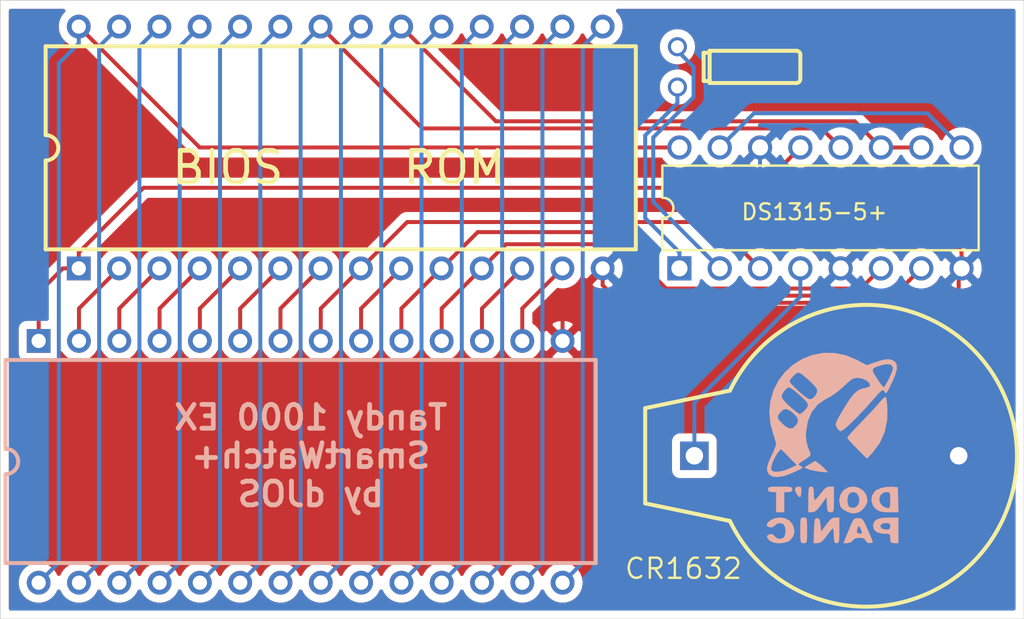
<source format=kicad_pcb>
(kicad_pcb (version 20171130) (host pcbnew "(5.1.5-0-10_14)")

  (general
    (thickness 1.6)
    (drawings 6)
    (tracks 154)
    (zones 0)
    (modules 6)
    (nets 33)
  )

  (page A4)
  (layers
    (0 F.Cu signal hide)
    (31 B.Cu signal hide)
    (32 B.Adhes user)
    (33 F.Adhes user)
    (34 B.Paste user)
    (35 F.Paste user)
    (36 B.SilkS user)
    (37 F.SilkS user)
    (38 B.Mask user)
    (39 F.Mask user)
    (40 Dwgs.User user)
    (41 Cmts.User user)
    (42 Eco1.User user)
    (43 Eco2.User user)
    (44 Edge.Cuts user)
    (45 Margin user)
    (46 B.CrtYd user)
    (47 F.CrtYd user)
    (48 B.Fab user)
    (49 F.Fab user)
  )

  (setup
    (last_trace_width 0.25)
    (trace_clearance 0.2)
    (zone_clearance 0.508)
    (zone_45_only no)
    (trace_min 0.2)
    (via_size 0.8)
    (via_drill 0.4)
    (via_min_size 0.4)
    (via_min_drill 0.3)
    (uvia_size 0.3)
    (uvia_drill 0.1)
    (uvias_allowed no)
    (uvia_min_size 0.2)
    (uvia_min_drill 0.1)
    (edge_width 0.05)
    (segment_width 0.2)
    (pcb_text_width 0.3)
    (pcb_text_size 1.5 1.5)
    (mod_edge_width 0.12)
    (mod_text_size 1 1)
    (mod_text_width 0.15)
    (pad_size 1.524 1.524)
    (pad_drill 0.762)
    (pad_to_mask_clearance 0.051)
    (solder_mask_min_width 0.25)
    (aux_axis_origin 0 0)
    (visible_elements FFFFFF7F)
    (pcbplotparams
      (layerselection 0x010fc_ffffffff)
      (usegerberextensions false)
      (usegerberattributes false)
      (usegerberadvancedattributes false)
      (creategerberjobfile false)
      (excludeedgelayer true)
      (linewidth 0.100000)
      (plotframeref false)
      (viasonmask false)
      (mode 1)
      (useauxorigin false)
      (hpglpennumber 1)
      (hpglpenspeed 20)
      (hpglpendiameter 15.000000)
      (psnegative false)
      (psa4output false)
      (plotreference true)
      (plotvalue true)
      (plotinvisibletext false)
      (padsonsilk false)
      (subtractmaskfromsilk false)
      (outputformat 1)
      (mirror false)
      (drillshape 0)
      (scaleselection 1)
      (outputdirectory "./"))
  )

  (net 0 "")
  (net 1 "Net-(3.768kHz1-Pad2)")
  (net 2 "Net-(3.768kHz1-Pad1)")
  (net 3 GND)
  (net 4 "Net-(BT1-Pad1)")
  (net 5 "Net-(IC1-Pad15)")
  (net 6 /A15)
  (net 7 /A16)
  (net 8 /A17)
  (net 9 /A18)
  (net 10 /A19)
  (net 11 /A20)
  (net 12 /A21)
  (net 13 /A22)
  (net 14 /A23)
  (net 15 /A24)
  (net 16 /A25)
  (net 17 /A26)
  (net 18 /A27)
  (net 19 /A28)
  (net 20 /A13)
  (net 21 /A12)
  (net 22 /A11)
  (net 23 /A10)
  (net 24 /A9)
  (net 25 /A8)
  (net 26 /A7)
  (net 27 /A6)
  (net 28 /A5)
  (net 29 /A4)
  (net 30 /A3)
  (net 31 /A2)
  (net 32 /A1)

  (net_class Default "This is the default net class."
    (clearance 0.2)
    (trace_width 0.25)
    (via_dia 0.8)
    (via_drill 0.4)
    (uvia_dia 0.3)
    (uvia_drill 0.1)
    (add_net /A1)
    (add_net /A10)
    (add_net /A11)
    (add_net /A12)
    (add_net /A13)
    (add_net /A15)
    (add_net /A16)
    (add_net /A17)
    (add_net /A18)
    (add_net /A19)
    (add_net /A2)
    (add_net /A20)
    (add_net /A21)
    (add_net /A22)
    (add_net /A23)
    (add_net /A24)
    (add_net /A25)
    (add_net /A26)
    (add_net /A27)
    (add_net /A28)
    (add_net /A3)
    (add_net /A4)
    (add_net /A5)
    (add_net /A6)
    (add_net /A7)
    (add_net /A8)
    (add_net /A9)
    (add_net GND)
    (add_net "Net-(3.768kHz1-Pad1)")
    (add_net "Net-(3.768kHz1-Pad2)")
    (add_net "Net-(BT1-Pad1)")
    (add_net "Net-(IC1-Pad15)")
  )

  (module Connector_PinSocket_2.54mm:DIP-28_600mil_SW (layer B.Cu) (tedit 5DCE138E) (tstamp 5D524C8E)
    (at 40.64 51.054 270)
    (path /5D54EBA5)
    (autoplace_cost90 10)
    (fp_text reference J1 (at 0 0 270) (layer B.SilkS) hide
      (effects (font (size 1.27 1.27) (thickness 0.15)) (justify mirror))
    )
    (fp_text value 2-1571586-9 (at 0 0 270) (layer B.SilkS) hide
      (effects (font (size 1.27 1.27) (thickness 0.15)) (justify mirror))
    )
    (fp_line (start 6.38 18.6) (end 6.38 -18.6) (layer B.SilkS) (width 0.25))
    (fp_line (start -6.42 -18.6) (end 6.38 -18.6) (layer B.SilkS) (width 0.25))
    (fp_line (start -6.42 18.6) (end -6.42 -18.6) (layer B.SilkS) (width 0.25))
    (fp_line (start -6.42 18.6) (end -0.82 18.6) (layer B.SilkS) (width 0.25))
    (fp_line (start 6.38 18.6) (end 0.78 18.6) (layer B.SilkS) (width 0.25))
    (fp_arc (start -0.02 18.600372) (end -0.82 18.6) (angle 179.946714) (layer B.SilkS) (width 0.25))
    (pad 1 thru_hole rect (at -7.62 16.51 180) (size 1.5 1.5) (drill 0.9) (layers *.Cu *.Mask)
      (net 32 /A1) (zone_connect 1))
    (pad 2 thru_hole circle (at -7.62 13.97 270) (size 1.5 1.5) (drill 0.9) (layers *.Cu *.Mask)
      (net 31 /A2) (zone_connect 1))
    (pad 3 thru_hole circle (at -7.62 11.43 270) (size 1.5 1.5) (drill 0.9) (layers *.Cu *.Mask)
      (net 30 /A3) (zone_connect 1))
    (pad 4 thru_hole circle (at -7.62 8.89 270) (size 1.5 1.5) (drill 0.9) (layers *.Cu *.Mask)
      (net 29 /A4) (zone_connect 1))
    (pad 5 thru_hole circle (at -7.62 6.35 270) (size 1.5 1.5) (drill 0.9) (layers *.Cu *.Mask)
      (net 28 /A5) (zone_connect 1))
    (pad 6 thru_hole circle (at -7.62 3.81 270) (size 1.5 1.5) (drill 0.9) (layers *.Cu *.Mask)
      (net 27 /A6) (zone_connect 1))
    (pad 7 thru_hole circle (at -7.62 1.27 270) (size 1.5 1.5) (drill 0.9) (layers *.Cu *.Mask)
      (net 26 /A7) (zone_connect 1))
    (pad 8 thru_hole circle (at -7.62 -1.27 270) (size 1.5 1.5) (drill 0.9) (layers *.Cu *.Mask)
      (net 25 /A8) (zone_connect 1))
    (pad 9 thru_hole circle (at -7.62 -3.81 270) (size 1.5 1.5) (drill 0.9) (layers *.Cu *.Mask)
      (net 24 /A9) (zone_connect 1))
    (pad 10 thru_hole circle (at -7.62 -6.35 270) (size 1.5 1.5) (drill 0.9) (layers *.Cu *.Mask)
      (net 23 /A10) (zone_connect 1))
    (pad 11 thru_hole circle (at -7.62 -8.89 270) (size 1.5 1.5) (drill 0.9) (layers *.Cu *.Mask)
      (net 22 /A11) (zone_connect 1))
    (pad 12 thru_hole circle (at -7.62 -11.43 270) (size 1.5 1.5) (drill 0.9) (layers *.Cu *.Mask)
      (net 21 /A12) (zone_connect 1))
    (pad 13 thru_hole circle (at -7.62 -13.97 270) (size 1.5 1.5) (drill 0.9) (layers *.Cu *.Mask)
      (net 20 /A13) (zone_connect 1))
    (pad 14 thru_hole circle (at -7.62 -16.51 270) (size 1.5 1.5) (drill 0.9) (layers *.Cu *.Mask)
      (net 3 GND) (zone_connect 1))
    (pad 15 thru_hole circle (at 7.62 -16.51 270) (size 1.5 1.5) (drill 0.9) (layers *.Cu *.Mask)
      (net 6 /A15) (zone_connect 1))
    (pad 16 thru_hole circle (at 7.62 -13.97 270) (size 1.5 1.5) (drill 0.9) (layers *.Cu *.Mask)
      (net 7 /A16) (zone_connect 1))
    (pad 17 thru_hole circle (at 7.62 -11.43 270) (size 1.5 1.5) (drill 0.9) (layers *.Cu *.Mask)
      (net 8 /A17) (zone_connect 1))
    (pad 18 thru_hole circle (at 7.62 -8.89 270) (size 1.5 1.5) (drill 0.9) (layers *.Cu *.Mask)
      (net 9 /A18) (zone_connect 1))
    (pad 19 thru_hole circle (at 7.62 -6.35 270) (size 1.5 1.5) (drill 0.9) (layers *.Cu *.Mask)
      (net 10 /A19) (zone_connect 1))
    (pad 20 thru_hole circle (at 7.62 -3.81 270) (size 1.5 1.5) (drill 0.9) (layers *.Cu *.Mask)
      (net 11 /A20) (zone_connect 1))
    (pad 21 thru_hole circle (at 7.62 -1.27 270) (size 1.5 1.5) (drill 0.9) (layers *.Cu *.Mask)
      (net 12 /A21) (zone_connect 1))
    (pad 22 thru_hole circle (at 7.62 1.27 270) (size 1.5 1.5) (drill 0.9) (layers *.Cu *.Mask)
      (net 13 /A22) (zone_connect 1))
    (pad 23 thru_hole circle (at 7.62 3.81 270) (size 1.5 1.5) (drill 0.9) (layers *.Cu *.Mask)
      (net 14 /A23) (zone_connect 1))
    (pad 24 thru_hole circle (at 7.62 6.35 270) (size 1.5 1.5) (drill 0.9) (layers *.Cu *.Mask)
      (net 15 /A24) (zone_connect 1))
    (pad 25 thru_hole circle (at 7.62 8.89 270) (size 1.5 1.5) (drill 0.9) (layers *.Cu *.Mask)
      (net 16 /A25) (zone_connect 1))
    (pad 26 thru_hole circle (at 7.62 11.43 270) (size 1.5 1.5) (drill 0.9) (layers *.Cu *.Mask)
      (net 17 /A26) (zone_connect 1))
    (pad 27 thru_hole circle (at 7.62 13.97 270) (size 1.5 1.5) (drill 0.9) (layers *.Cu *.Mask)
      (net 18 /A27) (zone_connect 1))
    (pad 28 thru_hole circle (at 7.62 16.51 270) (size 1.5 1.5) (drill 0.9) (layers *.Cu *.Mask)
      (net 19 /A28) (zone_connect 1))
    (model "${USER_PROJECTS}/_Components/28 pin DIP Socket/110-xx-628-41-001000.IGS"
      (offset (xyz 0 0 -1.5))
      (scale (xyz 1 1 1))
      (rotate (xyz -90 0 -90))
    )
  )

  (module Connector_PinSocket_2.54mm:DIP-28_600mil_SW (layer F.Cu) (tedit 5DCE138E) (tstamp 5D527A6D)
    (at 43.1673 31.242 90)
    (path /5D551FA8)
    (autoplace_cost90 10)
    (fp_text reference J2 (at 0 0 90) (layer F.SilkS) hide
      (effects (font (size 1.27 1.27) (thickness 0.15)))
    )
    (fp_text value 2-1571586-9 (at 0 0 90) (layer F.SilkS) hide
      (effects (font (size 1.27 1.27) (thickness 0.15)))
    )
    (fp_line (start 6.38 -18.6) (end 6.38 18.6) (layer F.SilkS) (width 0.25))
    (fp_line (start -6.42 18.6) (end 6.38 18.6) (layer F.SilkS) (width 0.25))
    (fp_line (start -6.42 -18.6) (end -6.42 18.6) (layer F.SilkS) (width 0.25))
    (fp_line (start -6.42 -18.6) (end -0.82 -18.6) (layer F.SilkS) (width 0.25))
    (fp_line (start 6.38 -18.6) (end 0.78 -18.6) (layer F.SilkS) (width 0.25))
    (fp_arc (start -0.02 -18.600372) (end -0.82 -18.6) (angle -179.946714) (layer F.SilkS) (width 0.25))
    (pad 1 thru_hole rect (at -7.62 -16.51 180) (size 1.5 1.5) (drill 0.9) (layers *.Cu *.Mask)
      (net 32 /A1) (zone_connect 1))
    (pad 2 thru_hole circle (at -7.62 -13.97 90) (size 1.5 1.5) (drill 0.9) (layers *.Cu *.Mask)
      (net 31 /A2) (zone_connect 1))
    (pad 3 thru_hole circle (at -7.62 -11.43 90) (size 1.5 1.5) (drill 0.9) (layers *.Cu *.Mask)
      (net 30 /A3) (zone_connect 1))
    (pad 4 thru_hole circle (at -7.62 -8.89 90) (size 1.5 1.5) (drill 0.9) (layers *.Cu *.Mask)
      (net 29 /A4) (zone_connect 1))
    (pad 5 thru_hole circle (at -7.62 -6.35 90) (size 1.5 1.5) (drill 0.9) (layers *.Cu *.Mask)
      (net 28 /A5) (zone_connect 1))
    (pad 6 thru_hole circle (at -7.62 -3.81 90) (size 1.5 1.5) (drill 0.9) (layers *.Cu *.Mask)
      (net 27 /A6) (zone_connect 1))
    (pad 7 thru_hole circle (at -7.62 -1.27 90) (size 1.5 1.5) (drill 0.9) (layers *.Cu *.Mask)
      (net 26 /A7) (zone_connect 1))
    (pad 8 thru_hole circle (at -7.62 1.27 90) (size 1.5 1.5) (drill 0.9) (layers *.Cu *.Mask)
      (net 25 /A8) (zone_connect 1))
    (pad 9 thru_hole circle (at -7.62 3.81 90) (size 1.5 1.5) (drill 0.9) (layers *.Cu *.Mask)
      (net 24 /A9) (zone_connect 1))
    (pad 10 thru_hole circle (at -7.62 6.35 90) (size 1.5 1.5) (drill 0.9) (layers *.Cu *.Mask)
      (net 23 /A10) (zone_connect 1))
    (pad 11 thru_hole circle (at -7.62 8.89 90) (size 1.5 1.5) (drill 0.9) (layers *.Cu *.Mask)
      (net 22 /A11) (zone_connect 1))
    (pad 12 thru_hole circle (at -7.62 11.43 90) (size 1.5 1.5) (drill 0.9) (layers *.Cu *.Mask)
      (net 21 /A12) (zone_connect 1))
    (pad 13 thru_hole circle (at -7.62 13.97 90) (size 1.5 1.5) (drill 0.9) (layers *.Cu *.Mask)
      (net 20 /A13) (zone_connect 1))
    (pad 14 thru_hole circle (at -7.62 16.51 90) (size 1.5 1.5) (drill 0.9) (layers *.Cu *.Mask)
      (net 3 GND) (zone_connect 1))
    (pad 15 thru_hole circle (at 7.62 16.51 90) (size 1.5 1.5) (drill 0.9) (layers *.Cu *.Mask)
      (net 6 /A15) (zone_connect 1))
    (pad 16 thru_hole circle (at 7.62 13.97 90) (size 1.5 1.5) (drill 0.9) (layers *.Cu *.Mask)
      (net 7 /A16) (zone_connect 1))
    (pad 17 thru_hole circle (at 7.62 11.43 90) (size 1.5 1.5) (drill 0.9) (layers *.Cu *.Mask)
      (net 8 /A17) (zone_connect 1))
    (pad 18 thru_hole circle (at 7.62 8.89 90) (size 1.5 1.5) (drill 0.9) (layers *.Cu *.Mask)
      (net 9 /A18) (zone_connect 1))
    (pad 19 thru_hole circle (at 7.62 6.35 90) (size 1.5 1.5) (drill 0.9) (layers *.Cu *.Mask)
      (net 10 /A19) (zone_connect 1))
    (pad 20 thru_hole circle (at 7.62 3.81 90) (size 1.5 1.5) (drill 0.9) (layers *.Cu *.Mask)
      (net 11 /A20) (zone_connect 1))
    (pad 21 thru_hole circle (at 7.62 1.27 90) (size 1.5 1.5) (drill 0.9) (layers *.Cu *.Mask)
      (net 12 /A21) (zone_connect 1))
    (pad 22 thru_hole circle (at 7.62 -1.27 90) (size 1.5 1.5) (drill 0.9) (layers *.Cu *.Mask)
      (net 13 /A22) (zone_connect 1))
    (pad 23 thru_hole circle (at 7.62 -3.81 90) (size 1.5 1.5) (drill 0.9) (layers *.Cu *.Mask)
      (net 14 /A23) (zone_connect 1))
    (pad 24 thru_hole circle (at 7.62 -6.35 90) (size 1.5 1.5) (drill 0.9) (layers *.Cu *.Mask)
      (net 15 /A24) (zone_connect 1))
    (pad 25 thru_hole circle (at 7.62 -8.89 90) (size 1.5 1.5) (drill 0.9) (layers *.Cu *.Mask)
      (net 16 /A25) (zone_connect 1))
    (pad 26 thru_hole circle (at 7.62 -11.43 90) (size 1.5 1.5) (drill 0.9) (layers *.Cu *.Mask)
      (net 17 /A26) (zone_connect 1))
    (pad 27 thru_hole circle (at 7.62 -13.97 90) (size 1.5 1.5) (drill 0.9) (layers *.Cu *.Mask)
      (net 18 /A27) (zone_connect 1))
    (pad 28 thru_hole circle (at 7.62 -16.51 90) (size 1.5 1.5) (drill 0.9) (layers *.Cu *.Mask)
      (net 19 /A28) (zone_connect 1))
    (model "${USER_PROJECTS}/_Components/28 pin DIP Socket/110-xx-628-41-001000.IGS"
      (offset (xyz 0 0 1))
      (scale (xyz 1 1 1))
      (rotate (xyz -90 0 -90))
    )
  )

  (module Symbol:HHGTTG_Logo (layer B.Cu) (tedit 0) (tstamp 5D52BC6C)
    (at 74.168 50.165 180)
    (fp_text reference G*** (at 0 0 180) (layer F.SilkS) hide
      (effects (font (size 1.524 1.524) (thickness 0.3)))
    )
    (fp_text value LOGO (at 0.75 0 180) (layer F.SilkS) hide
      (effects (font (size 1.524 1.524) (thickness 0.3)))
    )
    (fp_poly (pts (xy -3.577166 -4.403915) (xy -3.126761 -4.42867) (xy -2.820099 -4.506806) (xy -2.637435 -4.647596)
      (xy -2.559026 -4.860313) (xy -2.556409 -4.883297) (xy -2.601012 -5.144397) (xy -2.787713 -5.322186)
      (xy -3.107672 -5.410112) (xy -3.278505 -5.418667) (xy -3.505033 -5.426035) (xy -3.609492 -5.473917)
      (xy -3.639133 -5.600976) (xy -3.640666 -5.715) (xy -3.654826 -5.914095) (xy -3.726646 -5.995756)
      (xy -3.894666 -6.011334) (xy -4.148666 -6.011334) (xy -4.148666 -4.953) (xy -3.640666 -4.953)
      (xy -3.610622 -5.107998) (xy -3.486353 -5.161463) (xy -3.4036 -5.164667) (xy -3.194859 -5.132771)
      (xy -3.071549 -5.069683) (xy -3.003086 -4.924828) (xy -3.07981 -4.807226) (xy -3.277579 -4.745004)
      (xy -3.353392 -4.741334) (xy -3.54985 -4.758351) (xy -3.628612 -4.834082) (xy -3.640666 -4.953)
      (xy -4.148666 -4.953) (xy -4.148666 -4.402667) (xy -3.577166 -4.403915)) (layer B.SilkS) (width 0.01))
    (fp_poly (pts (xy -1.477761 -4.451113) (xy -1.379513 -4.488623) (xy -1.293292 -4.586291) (xy -1.196945 -4.772876)
      (xy -1.068322 -5.077136) (xy -1.006951 -5.228167) (xy -0.689556 -6.011334) (xy -0.934466 -6.011334)
      (xy -1.17275 -5.948493) (xy -1.27 -5.842) (xy -1.3944 -5.719216) (xy -1.619926 -5.674105)
      (xy -1.690607 -5.672667) (xy -1.925555 -5.6949) (xy -2.044296 -5.776008) (xy -2.074333 -5.842)
      (xy -2.198663 -5.984297) (xy -2.334039 -6.011334) (xy -2.488283 -5.989131) (xy -2.534585 -5.947834)
      (xy -2.500095 -5.847026) (xy -2.412137 -5.629646) (xy -2.286343 -5.333714) (xy -2.27556 -5.308995)
      (xy -1.843958 -5.308995) (xy -1.842506 -5.396436) (xy -1.756852 -5.418081) (xy -1.693333 -5.418667)
      (xy -1.551218 -5.359097) (xy -1.525296 -5.2705) (xy -1.570931 -5.066772) (xy -1.605102 -4.998202)
      (xy -1.671767 -4.940292) (xy -1.736558 -5.021087) (xy -1.773139 -5.109547) (xy -1.843958 -5.308995)
      (xy -2.27556 -5.308995) (xy -2.2126 -5.164667) (xy -2.061334 -4.827431) (xy -1.951912 -4.616374)
      (xy -1.859619 -4.501972) (xy -1.759742 -4.454701) (xy -1.627566 -4.445035) (xy -1.610189 -4.445)
      (xy -1.477761 -4.451113)) (layer B.SilkS) (width 0.01))
    (fp_poly (pts (xy -0.015061 -4.430414) (xy 0.136884 -4.534074) (xy 0.318756 -4.744276) (xy 0.394956 -4.846184)
      (xy 0.719667 -5.289702) (xy 0.762 -4.867351) (xy 0.798897 -4.610996) (xy 0.855991 -4.483789)
      (xy 0.953422 -4.445548) (xy 0.973667 -4.445) (xy 1.053751 -4.45864) (xy 1.105584 -4.520695)
      (xy 1.137005 -4.662864) (xy 1.155853 -4.916849) (xy 1.167344 -5.228167) (xy 1.191688 -6.011334)
      (xy 0.949315 -6.011334) (xy 0.793491 -5.98403) (xy 0.645653 -5.882036) (xy 0.468475 -5.675223)
      (xy 0.374638 -5.547493) (xy 0.198219 -5.313184) (xy 0.055889 -5.145814) (xy -0.021166 -5.081826)
      (xy -0.055934 -5.157341) (xy -0.078998 -5.354063) (xy -0.084666 -5.545667) (xy -0.092016 -5.814775)
      (xy -0.123794 -5.954965) (xy -0.194593 -6.006367) (xy -0.254 -6.011334) (xy -0.332702 -5.999188)
      (xy -0.382374 -5.94181) (xy -0.409627 -5.80779) (xy -0.421075 -5.565716) (xy -0.423333 -5.207)
      (xy -0.423333 -4.402667) (xy -0.176544 -4.402667) (xy -0.015061 -4.430414)) (layer B.SilkS) (width 0.01))
    (fp_poly (pts (xy 1.918391 -4.408252) (xy 1.980234 -4.446155) (xy 2.01421 -4.548092) (xy 2.028665 -4.745784)
      (xy 2.031947 -5.070947) (xy 2.032 -5.207) (xy 2.03053 -5.579619) (xy 2.020556 -5.814623)
      (xy 1.99373 -5.94373) (xy 1.941706 -5.99866) (xy 1.856137 -6.01113) (xy 1.820334 -6.011334)
      (xy 1.722276 -6.005748) (xy 1.660433 -5.967846) (xy 1.626457 -5.865908) (xy 1.612002 -5.668217)
      (xy 1.60872 -5.343054) (xy 1.608667 -5.207) (xy 1.610137 -4.834381) (xy 1.620111 -4.599377)
      (xy 1.646937 -4.47027) (xy 1.698961 -4.41534) (xy 1.78453 -4.40287) (xy 1.820334 -4.402667)
      (xy 1.918391 -4.408252)) (layer B.SilkS) (width 0.01))
    (fp_poly (pts (xy 3.647185 -4.447873) (xy 3.899335 -4.562676) (xy 4.083673 -4.715851) (xy 4.148667 -4.864608)
      (xy 4.081294 -4.975149) (xy 3.926039 -5.020475) (xy 3.753198 -4.995813) (xy 3.63469 -4.899499)
      (xy 3.484273 -4.773595) (xy 3.272033 -4.747969) (xy 3.078098 -4.830574) (xy 3.064934 -4.842934)
      (xy 2.996492 -4.991401) (xy 2.963799 -5.219687) (xy 2.963334 -5.249334) (xy 2.990009 -5.481333)
      (xy 3.055206 -5.64461) (xy 3.064934 -5.655734) (xy 3.26413 -5.750738) (xy 3.487862 -5.71693)
      (xy 3.655241 -5.576762) (xy 3.796746 -5.446881) (xy 3.961902 -5.455467) (xy 4.11763 -5.539809)
      (xy 4.123157 -5.661097) (xy 3.979498 -5.841836) (xy 3.979334 -5.842) (xy 3.754267 -5.965414)
      (xy 3.439651 -6.017896) (xy 3.099675 -5.999498) (xy 2.798529 -5.910271) (xy 2.684919 -5.840968)
      (xy 2.46961 -5.574378) (xy 2.403564 -5.247646) (xy 2.492711 -4.890795) (xy 2.495891 -4.884033)
      (xy 2.702902 -4.603002) (xy 3.007514 -4.446113) (xy 3.379233 -4.402667) (xy 3.647185 -4.447873)) (layer B.SilkS) (width 0.01))
    (fp_poly (pts (xy -1.001215 -2.495028) (xy -0.697115 -2.677546) (xy -0.67082 -2.702821) (xy -0.48048 -2.998243)
      (xy -0.417574 -3.34168) (xy -0.488456 -3.674714) (xy -0.552829 -3.787871) (xy -0.696475 -3.909184)
      (xy -0.923303 -4.028834) (xy -1.162118 -4.11585) (xy -1.341727 -4.139263) (xy -1.354666 -4.136665)
      (xy -1.462556 -4.113504) (xy -1.58461 -4.089293) (xy -1.7964 -3.980107) (xy -2.003438 -3.77055)
      (xy -2.1547 -3.523141) (xy -2.201333 -3.333633) (xy -2.201143 -3.33272) (xy -1.693333 -3.33272)
      (xy -1.631864 -3.573233) (xy -1.478178 -3.739938) (xy -1.278358 -3.806619) (xy -1.078488 -3.747063)
      (xy -1.032933 -3.7084) (xy -0.964492 -3.559932) (xy -0.931798 -3.331647) (xy -0.931333 -3.302)
      (xy -0.977671 -3.002564) (xy -1.12165 -2.836859) (xy -1.326288 -2.794) (xy -1.524849 -2.869903)
      (xy -1.654334 -3.075654) (xy -1.693333 -3.33272) (xy -2.201143 -3.33272) (xy -2.128445 -2.9837)
      (xy -1.934663 -2.709489) (xy -1.657314 -2.526384) (xy -1.333723 -2.449769) (xy -1.001215 -2.495028)) (layer B.SilkS) (width 0.01))
    (fp_poly (pts (xy -3.067817 -2.540207) (xy -2.758295 -2.674471) (xy -2.656369 -2.7546) (xy -2.480053 -3.037983)
      (xy -2.448155 -3.357297) (xy -2.558055 -3.664493) (xy -2.715829 -3.844807) (xy -2.881902 -3.964824)
      (xy -3.057991 -4.031391) (xy -3.30176 -4.059379) (xy -3.565673 -4.064) (xy -4.155021 -4.064)
      (xy -4.131335 -3.302) (xy -3.640666 -3.302) (xy -3.633957 -3.586877) (xy -3.605824 -3.740817)
      (xy -3.544259 -3.801958) (xy -3.480713 -3.81) (xy -3.297881 -3.758553) (xy -3.131463 -3.656717)
      (xy -2.969803 -3.440962) (xy -2.937975 -3.20004) (xy -3.021415 -2.981266) (xy -3.205559 -2.831953)
      (xy -3.397033 -2.794) (xy -3.5319 -2.801467) (xy -3.604694 -2.850472) (xy -3.634556 -2.980922)
      (xy -3.640624 -3.232721) (xy -3.640666 -3.302) (xy -4.131335 -3.302) (xy -4.130677 -3.280834)
      (xy -4.106333 -2.497667) (xy -3.857312 -2.469314) (xy -3.454058 -2.467094) (xy -3.067817 -2.540207)) (layer B.SilkS) (width 0.01))
    (fp_poly (pts (xy 0.335445 -2.483283) (xy 0.491186 -2.587989) (xy 0.676918 -2.800734) (xy 0.736098 -2.878667)
      (xy 0.911064 -3.099801) (xy 1.051147 -3.252995) (xy 1.118739 -3.302) (xy 1.156734 -3.225826)
      (xy 1.180845 -3.031069) (xy 1.185334 -2.878667) (xy 1.194249 -2.62475) (xy 1.23209 -2.498112)
      (xy 1.3155 -2.457145) (xy 1.354667 -2.455334) (xy 1.433369 -2.467479) (xy 1.483041 -2.524857)
      (xy 1.510294 -2.658877) (xy 1.521742 -2.900951) (xy 1.524 -3.259667) (xy 1.524 -4.064)
      (xy 1.291167 -4.062174) (xy 1.137812 -4.030323) (xy 0.985593 -3.918011) (xy 0.799609 -3.696206)
      (xy 0.719667 -3.586758) (xy 0.381 -3.113168) (xy 0.355608 -3.588584) (xy 0.335074 -3.859261)
      (xy 0.297368 -4.001461) (xy 0.222493 -4.056018) (xy 0.122775 -4.064) (xy 0.026671 -4.057944)
      (xy -0.033941 -4.018631) (xy -0.067239 -3.914346) (xy -0.081405 -3.713375) (xy -0.084616 -3.384003)
      (xy -0.084666 -3.259667) (xy -0.084666 -2.455334) (xy 0.167692 -2.455334) (xy 0.335445 -2.483283)) (layer B.SilkS) (width 0.01))
    (fp_poly (pts (xy 3.664035 -2.458163) (xy 3.888998 -2.471426) (xy 4.009116 -2.502285) (xy 4.056621 -2.557901)
      (xy 4.064 -2.624667) (xy 4.024084 -2.748614) (xy 3.875567 -2.792253) (xy 3.81 -2.794)
      (xy 3.556 -2.794) (xy 3.556 -4.064) (xy 3.048 -4.064) (xy 3.048 -2.794)
      (xy 2.794 -2.794) (xy 2.60808 -2.76739) (xy 2.542621 -2.668378) (xy 2.54 -2.624667)
      (xy 2.552733 -2.544215) (xy 2.612416 -2.494223) (xy 2.75128 -2.46753) (xy 3.001553 -2.456973)
      (xy 3.302 -2.455334) (xy 3.664035 -2.458163)) (layer B.SilkS) (width 0.01))
    (fp_poly (pts (xy 2.328046 -2.509825) (xy 2.368368 -2.659566) (xy 2.278626 -2.883954) (xy 2.238866 -2.944495)
      (xy 2.108743 -3.098136) (xy 2.027724 -3.101025) (xy 1.983463 -2.946222) (xy 1.970441 -2.793561)
      (xy 1.968529 -2.576303) (xy 2.014022 -2.479512) (xy 2.133734 -2.455582) (xy 2.160941 -2.455334)
      (xy 2.328046 -2.509825)) (layer B.SilkS) (width 0.01))
    (fp_poly (pts (xy 1.269799 5.844484) (xy 1.903409 5.595212) (xy 2.478638 5.237678) (xy 2.981288 4.784003)
      (xy 3.397157 4.246306) (xy 3.712045 3.636707) (xy 3.91175 2.967327) (xy 3.982074 2.250285)
      (xy 3.908815 1.497702) (xy 3.767667 0.965645) (xy 3.666851 0.650942) (xy 3.592102 0.390219)
      (xy 3.557049 0.231687) (xy 3.556 0.216783) (xy 3.590872 0.088502) (xy 3.683392 -0.146102)
      (xy 3.815416 -0.441926) (xy 3.852334 -0.519879) (xy 4.032219 -0.925133) (xy 4.122951 -1.220696)
      (xy 4.128 -1.438635) (xy 4.050837 -1.611016) (xy 3.979334 -1.693334) (xy 3.790937 -1.812068)
      (xy 3.525524 -1.846936) (xy 3.146082 -1.802608) (xy 3.132952 -1.800178) (xy 2.949832 -1.745518)
      (xy 2.674262 -1.640407) (xy 2.370952 -1.509843) (xy 2.089283 -1.378579) (xy 1.941481 -1.294556)
      (xy 1.906632 -1.236344) (xy 1.96382 -1.182511) (xy 2.02033 -1.150574) (xy 2.112301 -1.094244)
      (xy 2.255323 -1.094244) (xy 2.715162 -1.308295) (xy 3.077128 -1.444869) (xy 3.409524 -1.513339)
      (xy 3.675936 -1.510996) (xy 3.839946 -1.435134) (xy 3.865274 -1.393808) (xy 3.865761 -1.217006)
      (xy 3.792355 -0.954517) (xy 3.666028 -0.660918) (xy 3.507752 -0.390788) (xy 3.450346 -0.313938)
      (xy 3.259667 -0.077543) (xy 2.757495 -0.585894) (xy 2.255323 -1.094244) (xy 2.112301 -1.094244)
      (xy 2.123896 -1.087143) (xy 2.142334 -1.029306) (xy 2.057315 -0.94814) (xy 1.850511 -0.814726)
      (xy 1.779926 -0.77123) (xy 1.528614 -0.602295) (xy 1.408084 -0.477739) (xy 1.394935 -0.371928)
      (xy 1.400833 -0.355958) (xy 1.56473 0.067124) (xy 1.653958 0.413335) (xy 1.681904 0.750444)
      (xy 1.67217 1.017364) (xy 1.556927 1.681574) (xy 1.506512 1.799149) (xy 2.17736 1.799149)
      (xy 2.189161 1.61224) (xy 2.287591 1.437099) (xy 2.480893 1.243789) (xy 2.690272 1.202409)
      (xy 2.934219 1.314282) (xy 3.150264 1.498849) (xy 3.361158 1.721288) (xy 3.450763 1.884017)
      (xy 3.428577 2.034884) (xy 3.304098 2.221734) (xy 3.295855 2.232248) (xy 3.097987 2.410103)
      (xy 2.887055 2.435183) (xy 2.637045 2.307567) (xy 2.544588 2.234534) (xy 2.292017 1.994732)
      (xy 2.17736 1.799149) (xy 1.506512 1.799149) (xy 1.313687 2.248839) (xy 1.000199 2.644155)
      (xy 1.550054 2.644155) (xy 1.634076 2.485558) (xy 1.737647 2.3686) (xy 1.909653 2.210201)
      (xy 2.043755 2.122964) (xy 2.069007 2.117047) (xy 2.169847 2.170303) (xy 2.359572 2.311737)
      (xy 2.60288 2.514412) (xy 2.688167 2.589477) (xy 2.932339 2.824458) (xy 3.1169 3.034754)
      (xy 3.211212 3.184286) (xy 3.217334 3.212678) (xy 3.163933 3.391258) (xy 3.035355 3.590731)
      (xy 2.879037 3.750409) (xy 2.750449 3.81) (xy 2.626885 3.754645) (xy 2.424258 3.610897)
      (xy 2.181073 3.412229) (xy 1.935834 3.192114) (xy 1.727046 2.984025) (xy 1.593214 2.821435)
      (xy 1.57364 2.786971) (xy 1.550054 2.644155) (xy 1.000199 2.644155) (xy 0.949445 2.708156)
      (xy 0.471193 3.048521) (xy 0.341603 3.11068) (xy -0.009043 3.309094) (xy -0.40329 3.603758)
      (xy -0.463091 3.657146) (xy 0.968649 3.657146) (xy 0.985123 3.454869) (xy 1.108715 3.245689)
      (xy 1.291643 3.091113) (xy 1.441847 3.048) (xy 1.564873 3.102527) (xy 1.772868 3.248302)
      (xy 2.029312 3.458617) (xy 2.146755 3.563501) (xy 2.39656 3.802782) (xy 2.589411 4.007269)
      (xy 2.696646 4.145642) (xy 2.709334 4.178199) (xy 2.648294 4.320041) (xy 2.502076 4.498247)
      (xy 2.326027 4.65661) (xy 2.175499 4.738927) (xy 2.154774 4.741333) (xy 2.019241 4.683588)
      (xy 1.809627 4.53344) (xy 1.563818 4.325517) (xy 1.319698 4.094449) (xy 1.115154 3.874865)
      (xy 0.988069 3.701395) (xy 0.968649 3.657146) (xy -0.463091 3.657146) (xy -0.690268 3.859958)
      (xy -0.969522 4.12134) (xy -1.170727 4.282957) (xy -1.332274 4.367992) (xy -1.492551 4.399625)
      (xy -1.589016 4.402666) (xy -1.869254 4.356957) (xy -2.126303 4.240025) (xy -2.309862 4.08217)
      (xy -2.370666 3.931855) (xy -2.290638 3.835544) (xy -2.068305 3.764309) (xy -2.024143 3.75659)
      (xy -1.772846 3.691772) (xy -1.54809 3.569759) (xy -1.328161 3.368819) (xy -1.091345 3.067219)
      (xy -0.815929 2.643228) (xy -0.671034 2.402357) (xy -0.449387 2.024014) (xy -0.304709 1.760543)
      (xy -0.226002 1.582127) (xy -0.202268 1.458947) (xy -0.222508 1.361187) (xy -0.259659 1.28709)
      (xy -0.382106 1.118667) (xy -0.486819 1.036904) (xy -0.601575 1.078437) (xy -0.809839 1.234725)
      (xy -1.09611 1.490945) (xy -1.444887 1.832273) (xy -1.840669 2.243884) (xy -2.267956 2.710954)
      (xy -2.438087 2.903003) (xy -2.73497 3.239054) (xy -2.941252 3.462669) (xy -3.07724 3.589371)
      (xy -3.163238 3.634683) (xy -3.219553 3.61413) (xy -3.266489 3.543234) (xy -3.269125 3.538327)
      (xy -3.321767 3.457908) (xy -3.374831 3.448301) (xy -3.445998 3.530035) (xy -3.552949 3.723641)
      (xy -3.713367 4.049647) (xy -3.7183 4.059846) (xy -3.931532 4.546925) (xy -4.040435 4.919306)
      (xy -4.042484 5.005877) (xy -3.81 5.005877) (xy -3.774895 4.85684) (xy -3.684733 4.62662)
      (xy -3.562245 4.361161) (xy -3.430162 4.106404) (xy -3.311214 3.90829) (xy -3.228132 3.812762)
      (xy -3.218315 3.81) (xy -3.143 3.876672) (xy -3.006574 4.053441) (xy -2.835435 4.305439)
      (xy -2.793302 4.371381) (xy -2.608542 4.673056) (xy -2.526523 4.868486) (xy -2.559939 4.994834)
      (xy -2.721487 5.089264) (xy -3.023861 5.188938) (xy -3.07823 5.205449) (xy -3.428939 5.272995)
      (xy -3.673024 5.23558) (xy -3.796987 5.096886) (xy -3.81 5.005877) (xy -4.042484 5.005877)
      (xy -4.04694 5.194131) (xy -3.952982 5.388541) (xy -3.875828 5.456199) (xy -3.677099 5.553442)
      (xy -3.439225 5.575662) (xy -3.125469 5.520786) (xy -2.709333 5.39034) (xy -2.159 5.197171)
      (xy -1.564424 5.516553) (xy -0.839302 5.821529) (xy -0.115757 5.969762) (xy 0.592011 5.973374)
      (xy 1.269799 5.844484)) (layer B.SilkS) (width 0.01))
    (fp_poly (pts (xy 1.439468 -1.039106) (xy 1.779747 -1.242024) (xy 1.54604 -1.349662) (xy 1.331766 -1.416765)
      (xy 1.027644 -1.475508) (xy 0.804334 -1.502834) (xy 0.296334 -1.548366) (xy 0.465667 -1.357712)
      (xy 0.663078 -1.165945) (xy 0.867095 -1.001623) (xy 1.09919 -0.836188) (xy 1.439468 -1.039106)) (layer B.SilkS) (width 0.01))
    (fp_poly (pts (xy -3.271952 3.168088) (xy -3.124241 3.037162) (xy -2.982911 2.877247) (xy -2.809477 2.676036)
      (xy -2.548688 2.38914) (xy -2.232495 2.051042) (xy -1.892846 1.696225) (xy -1.803214 1.60403)
      (xy -1.495859 1.283705) (xy -1.236 1.002774) (xy -1.044575 0.784673) (xy -0.942526 0.652838)
      (xy -0.931333 0.628244) (xy -0.988028 0.537713) (xy -1.141054 0.358472) (xy -1.364825 0.119324)
      (xy -1.551539 -0.069971) (xy -2.171744 -0.686037) (xy -2.519191 -0.309102) (xy -2.979711 0.309674)
      (xy -3.287031 1.000578) (xy -3.441143 1.763589) (xy -3.454149 2.425305) (xy -3.429984 2.756902)
      (xy -3.398103 3.02153) (xy -3.364254 3.175113) (xy -3.353934 3.193622) (xy -3.271952 3.168088)) (layer B.SilkS) (width 0.01))
  )

  (module DS1315+:DS1315-5&plus_ (layer F.Cu) (tedit 5D52049F) (tstamp 5D51FDF8)
    (at 82.296 31.242 90)
    (path /5D547CB4)
    (fp_text reference IC1 (at -3.81 -8.89 90) (layer F.SilkS) hide
      (effects (font (size 1 1) (thickness 0.15)))
    )
    (fp_text value DS1315-5+ (at -4.064 -9.271) (layer F.SilkS)
      (effects (font (size 1 1) (thickness 0.15)))
    )
    (fp_text user * (at -7.493 -17.78 90) (layer F.Fab)
      (effects (font (size 1 1) (thickness 0.15)))
    )
    (fp_line (start -7.747 -17.272) (end -7.747 -18.288) (layer F.Fab) (width 0.1524))
    (fp_line (start -7.747 -18.288) (end -8.128 -18.288) (layer F.Fab) (width 0.1524))
    (fp_line (start -8.128 -18.288) (end -8.128 -17.272) (layer F.Fab) (width 0.1524))
    (fp_line (start -8.128 -17.272) (end -7.747 -17.272) (layer F.Fab) (width 0.1524))
    (fp_line (start -7.747 -14.732) (end -7.747 -15.748) (layer F.Fab) (width 0.1524))
    (fp_line (start -7.747 -15.748) (end -8.128 -15.748) (layer F.Fab) (width 0.1524))
    (fp_line (start -8.128 -15.748) (end -8.128 -14.732) (layer F.Fab) (width 0.1524))
    (fp_line (start -8.128 -14.732) (end -7.747 -14.732) (layer F.Fab) (width 0.1524))
    (fp_line (start -7.747 -12.192) (end -7.747 -13.208) (layer F.Fab) (width 0.1524))
    (fp_line (start -7.747 -13.208) (end -8.128 -13.208) (layer F.Fab) (width 0.1524))
    (fp_line (start -8.128 -13.208) (end -8.128 -12.192) (layer F.Fab) (width 0.1524))
    (fp_line (start -8.128 -12.192) (end -7.747 -12.192) (layer F.Fab) (width 0.1524))
    (fp_line (start -7.747 -9.652) (end -7.747 -10.668) (layer F.Fab) (width 0.1524))
    (fp_line (start -7.747 -10.668) (end -8.128 -10.668) (layer F.Fab) (width 0.1524))
    (fp_line (start -8.128 -10.668) (end -8.128 -9.652) (layer F.Fab) (width 0.1524))
    (fp_line (start -8.128 -9.652) (end -7.747 -9.652) (layer F.Fab) (width 0.1524))
    (fp_line (start -7.747 -7.112) (end -7.747 -8.128) (layer F.Fab) (width 0.1524))
    (fp_line (start -7.747 -8.128) (end -8.128 -8.128) (layer F.Fab) (width 0.1524))
    (fp_line (start -8.128 -8.128) (end -8.128 -7.112) (layer F.Fab) (width 0.1524))
    (fp_line (start -8.128 -7.112) (end -7.747 -7.112) (layer F.Fab) (width 0.1524))
    (fp_line (start -7.747 -4.572) (end -7.747 -5.588) (layer F.Fab) (width 0.1524))
    (fp_line (start -7.747 -5.588) (end -8.128 -5.588) (layer F.Fab) (width 0.1524))
    (fp_line (start -8.128 -5.588) (end -8.128 -4.572) (layer F.Fab) (width 0.1524))
    (fp_line (start -8.128 -4.572) (end -7.747 -4.572) (layer F.Fab) (width 0.1524))
    (fp_line (start -7.747 -2.032) (end -7.747 -3.048) (layer F.Fab) (width 0.1524))
    (fp_line (start -7.747 -3.048) (end -8.128 -3.048) (layer F.Fab) (width 0.1524))
    (fp_line (start -8.128 -3.048) (end -8.128 -2.032) (layer F.Fab) (width 0.1524))
    (fp_line (start -8.128 -2.032) (end -7.747 -2.032) (layer F.Fab) (width 0.1524))
    (fp_line (start -7.747 0.508) (end -7.747 -0.508) (layer F.Fab) (width 0.1524))
    (fp_line (start -7.747 -0.508) (end -8.128 -0.508) (layer F.Fab) (width 0.1524))
    (fp_line (start -8.128 -0.508) (end -8.128 0.508) (layer F.Fab) (width 0.1524))
    (fp_line (start -8.128 0.508) (end -7.747 0.508) (layer F.Fab) (width 0.1524))
    (fp_line (start 0.127 -0.508) (end 0.127 0.508) (layer F.Fab) (width 0.1524))
    (fp_line (start 0.127 0.508) (end 0.508 0.508) (layer F.Fab) (width 0.1524))
    (fp_line (start 0.508 0.508) (end 0.508 -0.508) (layer F.Fab) (width 0.1524))
    (fp_line (start 0.508 -0.508) (end 0.127 -0.508) (layer F.Fab) (width 0.1524))
    (fp_line (start 0.127 -3.048) (end 0.127 -2.032) (layer F.Fab) (width 0.1524))
    (fp_line (start 0.127 -2.032) (end 0.508 -2.032) (layer F.Fab) (width 0.1524))
    (fp_line (start 0.508 -2.032) (end 0.508 -3.048) (layer F.Fab) (width 0.1524))
    (fp_line (start 0.508 -3.048) (end 0.127 -3.048) (layer F.Fab) (width 0.1524))
    (fp_line (start 0.127 -5.588) (end 0.127 -4.572) (layer F.Fab) (width 0.1524))
    (fp_line (start 0.127 -4.572) (end 0.508 -4.572) (layer F.Fab) (width 0.1524))
    (fp_line (start 0.508 -4.572) (end 0.508 -5.588) (layer F.Fab) (width 0.1524))
    (fp_line (start 0.508 -5.588) (end 0.127 -5.588) (layer F.Fab) (width 0.1524))
    (fp_line (start 0.127 -8.128) (end 0.127 -7.112) (layer F.Fab) (width 0.1524))
    (fp_line (start 0.127 -7.112) (end 0.508 -7.112) (layer F.Fab) (width 0.1524))
    (fp_line (start 0.508 -7.112) (end 0.508 -8.128) (layer F.Fab) (width 0.1524))
    (fp_line (start 0.508 -8.128) (end 0.127 -8.128) (layer F.Fab) (width 0.1524))
    (fp_line (start 0.127 -10.668) (end 0.127 -9.652) (layer F.Fab) (width 0.1524))
    (fp_line (start 0.127 -9.652) (end 0.508 -9.652) (layer F.Fab) (width 0.1524))
    (fp_line (start 0.508 -9.652) (end 0.508 -10.668) (layer F.Fab) (width 0.1524))
    (fp_line (start 0.508 -10.668) (end 0.127 -10.668) (layer F.Fab) (width 0.1524))
    (fp_line (start 0.127 -13.208) (end 0.127 -12.192) (layer F.Fab) (width 0.1524))
    (fp_line (start 0.127 -12.192) (end 0.508 -12.192) (layer F.Fab) (width 0.1524))
    (fp_line (start 0.508 -12.192) (end 0.508 -13.208) (layer F.Fab) (width 0.1524))
    (fp_line (start 0.508 -13.208) (end 0.127 -13.208) (layer F.Fab) (width 0.1524))
    (fp_line (start 0.127 -15.748) (end 0.127 -14.732) (layer F.Fab) (width 0.1524))
    (fp_line (start 0.127 -14.732) (end 0.508 -14.732) (layer F.Fab) (width 0.1524))
    (fp_line (start 0.508 -14.732) (end 0.508 -15.748) (layer F.Fab) (width 0.1524))
    (fp_line (start 0.508 -15.748) (end 0.127 -15.748) (layer F.Fab) (width 0.1524))
    (fp_line (start 0.127 -18.288) (end 0.127 -17.272) (layer F.Fab) (width 0.1524))
    (fp_line (start 0.127 -17.272) (end 0.508 -17.272) (layer F.Fab) (width 0.1524))
    (fp_line (start 0.508 -17.272) (end 0.508 -18.288) (layer F.Fab) (width 0.1524))
    (fp_line (start 0.508 -18.288) (end 0.127 -18.288) (layer F.Fab) (width 0.1524))
    (fp_line (start -1.143 1.016) (end -1.143 -18.796) (layer F.SilkS) (width 0.1524))
    (fp_line (start -1.143 -18.8595) (end -3.175 -18.8595) (layer F.SilkS) (width 0.1524))
    (fp_line (start -6.477 -18.796) (end -6.477 1.016) (layer F.SilkS) (width 0.1524))
    (fp_line (start -6.477 1.0795) (end -1.143 1.0795) (layer F.SilkS) (width 0.1524))
    (fp_arc (start -3.81 -18.796) (end -3.175 -18.796) (angle 180) (layer F.SilkS) (width 0.1524))
    (fp_line (start -4.445 -18.8595) (end -6.477 -18.8595) (layer F.SilkS) (width 0.1524))
    (pad 1 thru_hole rect (at -7.62 -17.78 90) (size 1.524 1.524) (drill 1.016) (layers *.Cu *.Mask)
      (net 1 "Net-(3.768kHz1-Pad2)"))
    (pad 2 thru_hole circle (at -7.62 -15.24 90) (size 1.524 1.524) (drill 1.016) (layers *.Cu *.Mask)
      (net 2 "Net-(3.768kHz1-Pad1)"))
    (pad 3 thru_hole circle (at -7.62 -12.7 90) (size 1.524 1.524) (drill 1.016) (layers *.Cu *.Mask)
      (net 25 /A8))
    (pad 4 thru_hole circle (at -7.62 -10.16 90) (size 1.524 1.524) (drill 1.016) (layers *.Cu *.Mask)
      (net 4 "Net-(BT1-Pad1)"))
    (pad 5 thru_hole circle (at -7.62 -7.62 90) (size 1.524 1.524) (drill 1.016) (layers *.Cu *.Mask)
      (net 3 GND))
    (pad 6 thru_hole circle (at -7.62 -5.08 90) (size 1.524 1.524) (drill 1.016) (layers *.Cu *.Mask)
      (net 23 /A10))
    (pad 7 thru_hole circle (at -7.62 -2.54 90) (size 1.524 1.524) (drill 1.016) (layers *.Cu *.Mask)
      (net 22 /A11))
    (pad 8 thru_hole circle (at -7.62 0 90) (size 1.524 1.524) (drill 1.016) (layers *.Cu *.Mask)
      (net 3 GND))
    (pad 9 thru_hole circle (at 0 0 90) (size 1.524 1.524) (drill 1.016) (layers *.Cu *.Mask)
      (net 5 "Net-(IC1-Pad15)"))
    (pad 10 thru_hole circle (at 0 -2.54 90) (size 1.524 1.524) (drill 1.016) (layers *.Cu *.Mask)
      (net 11 /A20))
    (pad 11 thru_hole circle (at 0 -5.08 90) (size 1.524 1.524) (drill 1.016) (layers *.Cu *.Mask)
      (net 11 /A20))
    (pad 12 thru_hole circle (at 0 -7.62 90) (size 1.524 1.524) (drill 1.016) (layers *.Cu *.Mask)
      (net 13 /A22))
    (pad 13 thru_hole circle (at 0 -10.16 90) (size 1.524 1.524) (drill 1.016) (layers *.Cu *.Mask)
      (net 32 /A1))
    (pad 14 thru_hole circle (at 0 -12.7 90) (size 1.524 1.524) (drill 1.016) (layers *.Cu *.Mask)
      (net 3 GND))
    (pad 15 thru_hole circle (at 0 -15.24 90) (size 1.524 1.524) (drill 1.016) (layers *.Cu *.Mask)
      (net 5 "Net-(IC1-Pad15)"))
    (pad 16 thru_hole circle (at 0 -17.78 90) (size 1.524 1.524) (drill 1.016) (layers *.Cu *.Mask)
      (net 19 /A28))
    (model ${USER_PROJECTS}/_Components/DS1315+/21-0043D_16.stp
      (offset (xyz -8 18 -2))
      (scale (xyz 1 1 1))
      (rotate (xyz 0 0 0))
    )
  )

  (module "Dereks Parts:TC26H" (layer F.Cu) (tedit 0) (tstamp 5D524BE6)
    (at 64.389 26.162 270)
    (path /5D549C96)
    (fp_text reference 3.768kHz1 (at 1.27 5.08 90) (layer F.SilkS) hide
      (effects (font (size 1.27 1.27) (thickness 0.15)))
    )
    (fp_text value "Crystal Oscillator" (at 0 2.54 90) (layer F.SilkS) hide
      (effects (font (size 1.27 1.27) (thickness 0.15)))
    )
    (fp_line (start 0.889 -2.032) (end -0.889 -2.032) (layer F.SilkS) (width 0.25))
    (fp_line (start 1.016 -2.032) (end 0.889 -2.032) (layer F.SilkS) (width 0.25))
    (fp_line (start -1.016 -2.032) (end -1.016 -7.493) (layer F.SilkS) (width 0.25))
    (fp_line (start -1.016 -2.032) (end -0.889 -2.032) (layer F.SilkS) (width 0.25))
    (fp_line (start -0.889 -1.651) (end -0.889 -2.032) (layer F.SilkS) (width 0.25))
    (fp_line (start 1.016 -2.032) (end 1.016 -7.493) (layer F.SilkS) (width 0.25))
    (fp_line (start 0.889 -1.651) (end 0.889 -2.032) (layer F.SilkS) (width 0.25))
    (fp_line (start -0.762 -7.747) (end 0.762 -7.747) (layer F.SilkS) (width 0.25))
    (fp_arc (start -0.762162 -7.493162) (end -0.762 -7.747) (angle -90.073458) (layer F.SilkS) (width 0.25))
    (fp_arc (start 0.762162 -7.493162) (end 1.016 -7.493) (angle -90.073458) (layer F.SilkS) (width 0.25))
    (fp_line (start -0.889 -1.651) (end 0.889 -1.651) (layer F.SilkS) (width 0.25))
    (pad 2 thru_hole circle (at 1.27 0 270) (size 1.2 1.2) (drill 0.813) (layers *.Cu *.Mask)
      (net 1 "Net-(3.768kHz1-Pad2)") (zone_connect 2))
    (pad 1 thru_hole circle (at -1.27 0 270) (size 1.2 1.2) (drill 0.813) (layers *.Cu *.Mask)
      (net 2 "Net-(3.768kHz1-Pad1)") (zone_connect 2))
    (model ${USER_3D_MODELS}/Crystals/tc26h.step
      (offset (xyz 0 0 -3))
      (scale (xyz 1 1 1))
      (rotate (xyz 0 0 0))
    )
  )

  (module "Dereks Parts:BH600" (layer F.Cu) (tedit 0) (tstamp 5D524BF0)
    (at 73.787 50.673)
    (path /5D563101)
    (fp_text reference BT1 (at 0 0) (layer F.SilkS) hide
      (effects (font (size 1.27 1.27) (thickness 0.15)))
    )
    (fp_text value CR1632 (at -9.017 7.112 180) (layer F.SilkS)
      (effects (font (size 1.27 1.27) (thickness 0.15)))
    )
    (fp_arc (start 2.491062 0) (end -6.09 4.101) (angle -308.912531) (layer F.SilkS) (width 0.25))
    (fp_line (start -11.43 3.001) (end -6.13 4.101) (layer F.SilkS) (width 0.25))
    (fp_line (start -11.43 -3.001) (end -6.13 -4.101) (layer F.SilkS) (width 0.25))
    (fp_line (start -11.43 -3.001) (end -11.43 3.001) (layer F.SilkS) (width 0.25))
    (pad 2 thru_hole circle (at 8.33 0) (size 1.8 1.8) (drill 1.1) (layers *.Cu *.Mask)
      (net 3 GND) (zone_connect 2))
    (pad 1 thru_hole rect (at -8.33 0) (size 1.8 1.8) (drill 1.1) (layers *.Cu *.Mask)
      (net 4 "Net-(BT1-Pad1)") (zone_connect 2))
    (model "/Users/DerekandRachael/Dropbox/Apps/KiCad/_3D models/Con Batteries/bh600.step"
      (at (xyz 0 0 0))
      (scale (xyz 1 1 1))
      (rotate (xyz 0 0 0))
    )
    (model "${USER_3D_MODELS}/Con Batteries/bh600.step"
      (at (xyz 0 0 0))
      (scale (xyz 1 1 1))
      (rotate (xyz 0 0 0))
    )
  )

  (gr_line (start 86.233 60.96) (end 21.717 60.96) (layer Edge.Cuts) (width 0.05) (tstamp 5E379567))
  (gr_line (start 86.233 21.971) (end 86.233 60.96) (layer Edge.Cuts) (width 0.05))
  (gr_line (start 21.717 21.971) (end 86.233 21.971) (layer Edge.Cuts) (width 0.05))
  (gr_line (start 21.717 60.96) (end 21.717 21.971) (layer Edge.Cuts) (width 0.05))
  (gr_text "BIOS     ROM" (at 43.053 32.512) (layer F.SilkS)
    (effects (font (size 2 2) (thickness 0.3)))
  )
  (gr_text "Tandy 1000 EX\nSmartWatch+\nby dJOS" (at 41.275 50.673) (layer B.SilkS)
    (effects (font (size 1.5 1.5) (thickness 0.3)) (justify mirror))
  )

  (segment (start 62.357 30.48) (end 62.357 35.691) (width 0.25) (layer B.Cu) (net 1))
  (segment (start 64.516 37.85) (end 64.516 38.862) (width 0.25) (layer B.Cu) (net 1))
  (segment (start 62.357 35.691) (end 64.516 37.85) (width 0.25) (layer B.Cu) (net 1))
  (segment (start 64.389 28.448) (end 62.357 30.48) (width 0.25) (layer B.Cu) (net 1))
  (segment (start 64.389 27.715408) (end 64.389 28.448) (width 0.25) (layer B.Cu) (net 1))
  (segment (start 64.247296 27.573704) (end 64.389 27.715408) (width 0.25) (layer B.Cu) (net 1))
  (segment (start 67.056 38.862) (end 65.968999 37.774999) (width 0.25) (layer B.Cu) (net 2))
  (segment (start 62.865 34.671) (end 67.056 38.862) (width 0.25) (layer B.Cu) (net 2))
  (segment (start 65.405 28.06841) (end 62.865 30.60841) (width 0.25) (layer B.Cu) (net 2))
  (segment (start 65.405 26.162) (end 65.405 28.06841) (width 0.25) (layer B.Cu) (net 2))
  (segment (start 64.389 25.146) (end 65.405 26.162) (width 0.25) (layer B.Cu) (net 2))
  (segment (start 62.865 30.60841) (end 62.865 34.671) (width 0.25) (layer B.Cu) (net 2))
  (segment (start 64.389 24.892) (end 64.389 25.146) (width 0.25) (layer B.Cu) (net 2))
  (segment (start 57.15 41.3893) (end 59.6773 38.862) (width 0.25) (layer F.Cu) (net 3))
  (segment (start 57.15 43.434) (end 57.15 41.3893) (width 0.25) (layer F.Cu) (net 3))
  (segment (start 82.117 39.041) (end 82.296 38.862) (width 0.25) (layer F.Cu) (net 3))
  (segment (start 82.117 50.673) (end 82.117 39.041) (width 0.25) (layer F.Cu) (net 3))
  (segment (start 81.534001 39.623999) (end 82.296 38.862) (width 0.25) (layer F.Cu) (net 3))
  (segment (start 60.78666 41.03202) (end 80.12598 41.03202) (width 0.25) (layer F.Cu) (net 3))
  (segment (start 59.6773 39.92266) (end 60.78666 41.03202) (width 0.25) (layer F.Cu) (net 3))
  (segment (start 80.12598 41.03202) (end 81.534001 39.623999) (width 0.25) (layer F.Cu) (net 3))
  (segment (start 59.6773 38.862) (end 59.6773 39.92266) (width 0.25) (layer F.Cu) (net 3))
  (segment (start 82.296 37.78437) (end 81.72263 37.211) (width 0.25) (layer F.Cu) (net 3))
  (segment (start 75.437999 38.100001) (end 74.676 38.862) (width 0.25) (layer F.Cu) (net 3))
  (segment (start 76.327 37.211) (end 75.437999 38.100001) (width 0.25) (layer F.Cu) (net 3))
  (segment (start 81.72263 37.211) (end 76.327 37.211) (width 0.25) (layer F.Cu) (net 3))
  (segment (start 82.296 38.862) (end 82.296 37.78437) (width 0.25) (layer F.Cu) (net 3))
  (segment (start 69.596 33.782) (end 74.676 38.862) (width 0.25) (layer B.Cu) (net 3))
  (segment (start 69.596 31.242) (end 69.596 33.782) (width 0.25) (layer B.Cu) (net 3))
  (segment (start 72.136 40.64) (end 72.136 38.862) (width 0.25) (layer B.Cu) (net 4))
  (segment (start 65.457 47.319) (end 72.136 40.64) (width 0.25) (layer B.Cu) (net 4))
  (segment (start 65.457 50.673) (end 65.457 47.319) (width 0.25) (layer B.Cu) (net 4))
  (segment (start 68.508999 29.789001) (end 67.056 31.242) (width 0.25) (layer B.Cu) (net 5))
  (segment (start 69.215 29.083) (end 68.508999 29.789001) (width 0.25) (layer B.Cu) (net 5))
  (segment (start 80.137 29.083) (end 69.215 29.083) (width 0.25) (layer B.Cu) (net 5))
  (segment (start 82.296 31.242) (end 80.137 29.083) (width 0.25) (layer B.Cu) (net 5))
  (segment (start 57.899999 57.924001) (end 57.15 58.674) (width 0.25) (layer B.Cu) (net 6))
  (segment (start 58.42 57.404) (end 57.899999 57.924001) (width 0.25) (layer B.Cu) (net 6))
  (segment (start 58.42 24.8793) (end 58.42 57.404) (width 0.25) (layer B.Cu) (net 6))
  (segment (start 59.6773 23.622) (end 58.42 24.8793) (width 0.25) (layer B.Cu) (net 6))
  (segment (start 55.359999 57.924001) (end 54.61 58.674) (width 0.25) (layer B.Cu) (net 7))
  (segment (start 55.88 57.404) (end 55.359999 57.924001) (width 0.25) (layer B.Cu) (net 7))
  (segment (start 55.88 24.8793) (end 55.88 57.404) (width 0.25) (layer B.Cu) (net 7))
  (segment (start 57.1373 23.622) (end 55.88 24.8793) (width 0.25) (layer B.Cu) (net 7))
  (segment (start 52.819999 57.924001) (end 52.07 58.674) (width 0.25) (layer B.Cu) (net 8))
  (segment (start 53.34 57.404) (end 52.819999 57.924001) (width 0.25) (layer B.Cu) (net 8))
  (segment (start 53.34 24.8793) (end 53.34 57.404) (width 0.25) (layer B.Cu) (net 8))
  (segment (start 54.5973 23.622) (end 53.34 24.8793) (width 0.25) (layer B.Cu) (net 8))
  (segment (start 50.279999 57.924001) (end 49.53 58.674) (width 0.25) (layer B.Cu) (net 9))
  (segment (start 50.8 24.8793) (end 50.8 57.404) (width 0.25) (layer B.Cu) (net 9))
  (segment (start 50.8 57.404) (end 50.279999 57.924001) (width 0.25) (layer B.Cu) (net 9))
  (segment (start 52.0573 23.622) (end 50.8 24.8793) (width 0.25) (layer B.Cu) (net 9))
  (segment (start 47.739999 57.924001) (end 46.99 58.674) (width 0.25) (layer B.Cu) (net 10))
  (segment (start 48.26 57.404) (end 47.739999 57.924001) (width 0.25) (layer B.Cu) (net 10))
  (segment (start 48.26 24.8793) (end 48.26 57.404) (width 0.25) (layer B.Cu) (net 10))
  (segment (start 49.5173 23.622) (end 48.26 24.8793) (width 0.25) (layer B.Cu) (net 10))
  (segment (start 45.199999 57.924001) (end 44.45 58.674) (width 0.25) (layer B.Cu) (net 11))
  (segment (start 45.72 57.404) (end 45.199999 57.924001) (width 0.25) (layer B.Cu) (net 11))
  (segment (start 45.72 24.8793) (end 45.72 57.404) (width 0.25) (layer B.Cu) (net 11))
  (segment (start 46.9773 23.622) (end 45.72 24.8793) (width 0.25) (layer B.Cu) (net 11))
  (segment (start 78.67837 31.242) (end 77.216 31.242) (width 0.25) (layer F.Cu) (net 11))
  (segment (start 79.756 31.242) (end 78.67837 31.242) (width 0.25) (layer F.Cu) (net 11))
  (segment (start 52.9463 29.591) (end 47.727299 24.371999) (width 0.25) (layer F.Cu) (net 11))
  (segment (start 75.565 29.591) (end 52.9463 29.591) (width 0.25) (layer F.Cu) (net 11))
  (segment (start 47.727299 24.371999) (end 46.9773 23.622) (width 0.25) (layer F.Cu) (net 11))
  (segment (start 77.216 31.242) (end 75.565 29.591) (width 0.25) (layer F.Cu) (net 11))
  (segment (start 43.18 57.404) (end 42.659999 57.924001) (width 0.25) (layer B.Cu) (net 12))
  (segment (start 42.659999 57.924001) (end 41.91 58.674) (width 0.25) (layer B.Cu) (net 12))
  (segment (start 43.18 24.8793) (end 43.18 57.404) (width 0.25) (layer B.Cu) (net 12))
  (segment (start 44.4373 23.622) (end 43.18 24.8793) (width 0.25) (layer B.Cu) (net 12))
  (segment (start 40.119999 57.924001) (end 39.37 58.674) (width 0.25) (layer B.Cu) (net 13))
  (segment (start 40.64 57.404) (end 40.119999 57.924001) (width 0.25) (layer B.Cu) (net 13))
  (segment (start 40.64 24.8793) (end 40.64 57.404) (width 0.25) (layer B.Cu) (net 13))
  (segment (start 41.8973 23.622) (end 40.64 24.8793) (width 0.25) (layer B.Cu) (net 13))
  (segment (start 73.914001 30.480001) (end 74.676 31.242) (width 0.25) (layer F.Cu) (net 13))
  (segment (start 48.31631 30.04101) (end 73.47501 30.04101) (width 0.25) (layer F.Cu) (net 13))
  (segment (start 73.47501 30.04101) (end 73.914001 30.480001) (width 0.25) (layer F.Cu) (net 13))
  (segment (start 41.8973 23.622) (end 48.31631 30.04101) (width 0.25) (layer F.Cu) (net 13))
  (segment (start 37.579999 57.924001) (end 36.83 58.674) (width 0.25) (layer B.Cu) (net 14))
  (segment (start 38.1 57.404) (end 37.579999 57.924001) (width 0.25) (layer B.Cu) (net 14))
  (segment (start 38.1 24.8793) (end 38.1 57.404) (width 0.25) (layer B.Cu) (net 14))
  (segment (start 39.3573 23.622) (end 38.1 24.8793) (width 0.25) (layer B.Cu) (net 14))
  (segment (start 35.039999 57.924001) (end 34.29 58.674) (width 0.25) (layer B.Cu) (net 15))
  (segment (start 35.56 57.404) (end 35.039999 57.924001) (width 0.25) (layer B.Cu) (net 15))
  (segment (start 35.56 24.8793) (end 35.56 57.404) (width 0.25) (layer B.Cu) (net 15))
  (segment (start 36.8173 23.622) (end 35.56 24.8793) (width 0.25) (layer B.Cu) (net 15))
  (segment (start 33.02 24.8793) (end 33.02 57.404) (width 0.25) (layer B.Cu) (net 16))
  (segment (start 32.499999 57.924001) (end 31.75 58.674) (width 0.25) (layer B.Cu) (net 16))
  (segment (start 33.02 57.404) (end 32.499999 57.924001) (width 0.25) (layer B.Cu) (net 16))
  (segment (start 34.2773 23.622) (end 33.02 24.8793) (width 0.25) (layer B.Cu) (net 16))
  (segment (start 29.959999 57.924001) (end 29.21 58.674) (width 0.25) (layer B.Cu) (net 17))
  (segment (start 30.48 24.8793) (end 30.48 57.404) (width 0.25) (layer B.Cu) (net 17))
  (segment (start 30.48 57.404) (end 29.959999 57.924001) (width 0.25) (layer B.Cu) (net 17))
  (segment (start 31.7373 23.622) (end 30.48 24.8793) (width 0.25) (layer B.Cu) (net 17))
  (segment (start 27.419999 57.924001) (end 26.67 58.674) (width 0.25) (layer B.Cu) (net 18))
  (segment (start 27.94 57.404) (end 27.419999 57.924001) (width 0.25) (layer B.Cu) (net 18))
  (segment (start 27.94 24.8793) (end 27.94 57.404) (width 0.25) (layer B.Cu) (net 18))
  (segment (start 29.1973 23.622) (end 27.94 24.8793) (width 0.25) (layer B.Cu) (net 18))
  (segment (start 24.879999 57.924001) (end 24.13 58.674) (width 0.25) (layer B.Cu) (net 19))
  (segment (start 25.4 25.93996) (end 25.4 57.404) (width 0.25) (layer B.Cu) (net 19))
  (segment (start 26.6573 24.68266) (end 25.4 25.93996) (width 0.25) (layer B.Cu) (net 19))
  (segment (start 25.4 57.404) (end 24.879999 57.924001) (width 0.25) (layer B.Cu) (net 19))
  (segment (start 26.6573 23.622) (end 26.6573 24.68266) (width 0.25) (layer B.Cu) (net 19))
  (segment (start 34.2773 31.242) (end 64.516 31.242) (width 0.25) (layer F.Cu) (net 19))
  (segment (start 26.6573 23.622) (end 34.2773 31.242) (width 0.25) (layer F.Cu) (net 19))
  (segment (start 54.61 41.3893) (end 54.61 43.434) (width 0.25) (layer F.Cu) (net 20))
  (segment (start 57.1373 38.862) (end 54.61 41.3893) (width 0.25) (layer F.Cu) (net 20))
  (segment (start 52.07 41.3893) (end 52.07 43.434) (width 0.25) (layer F.Cu) (net 21))
  (segment (start 54.5973 38.862) (end 52.07 41.3893) (width 0.25) (layer F.Cu) (net 21))
  (segment (start 49.53 41.3893) (end 49.53 43.434) (width 0.25) (layer F.Cu) (net 22))
  (segment (start 52.0573 38.862) (end 49.53 41.3893) (width 0.25) (layer F.Cu) (net 22))
  (segment (start 52.0573 38.862) (end 53.5813 37.338) (width 0.25) (layer F.Cu) (net 22))
  (segment (start 78.994001 39.623999) (end 79.756 38.862) (width 0.25) (layer F.Cu) (net 22))
  (segment (start 63.490598 40.58201) (end 78.03599 40.58201) (width 0.25) (layer F.Cu) (net 22))
  (segment (start 60.246588 37.338) (end 63.490598 40.58201) (width 0.25) (layer F.Cu) (net 22))
  (segment (start 78.03599 40.58201) (end 78.994001 39.623999) (width 0.25) (layer F.Cu) (net 22))
  (segment (start 53.5813 37.338) (end 60.246588 37.338) (width 0.25) (layer F.Cu) (net 22))
  (segment (start 46.99 41.3893) (end 46.99 43.434) (width 0.25) (layer F.Cu) (net 23))
  (segment (start 49.5173 38.862) (end 46.99 41.3893) (width 0.25) (layer F.Cu) (net 23))
  (segment (start 63.676998 40.132) (end 75.946 40.132) (width 0.25) (layer F.Cu) (net 23))
  (segment (start 76.454001 39.623999) (end 77.216 38.862) (width 0.25) (layer F.Cu) (net 23))
  (segment (start 60.120998 36.576) (end 63.676998 40.132) (width 0.25) (layer F.Cu) (net 23))
  (segment (start 51.8033 36.576) (end 60.120998 36.576) (width 0.25) (layer F.Cu) (net 23))
  (segment (start 75.946 40.132) (end 76.454001 39.623999) (width 0.25) (layer F.Cu) (net 23))
  (segment (start 49.5173 38.862) (end 51.8033 36.576) (width 0.25) (layer F.Cu) (net 23))
  (segment (start 44.45 41.3893) (end 44.45 43.434) (width 0.25) (layer F.Cu) (net 24))
  (segment (start 46.9773 38.862) (end 44.45 41.3893) (width 0.25) (layer F.Cu) (net 24))
  (segment (start 41.91 41.3893) (end 41.91 43.434) (width 0.25) (layer F.Cu) (net 25))
  (segment (start 44.4373 38.862) (end 41.91 41.3893) (width 0.25) (layer F.Cu) (net 25))
  (segment (start 68.834001 38.100001) (end 69.596 38.862) (width 0.25) (layer F.Cu) (net 25))
  (segment (start 66.675 35.941) (end 68.834001 38.100001) (width 0.25) (layer F.Cu) (net 25))
  (segment (start 47.3583 35.941) (end 66.675 35.941) (width 0.25) (layer F.Cu) (net 25))
  (segment (start 44.4373 38.862) (end 47.3583 35.941) (width 0.25) (layer F.Cu) (net 25))
  (segment (start 39.37 41.3893) (end 39.37 43.434) (width 0.25) (layer F.Cu) (net 26))
  (segment (start 41.8973 38.862) (end 39.37 41.3893) (width 0.25) (layer F.Cu) (net 26))
  (segment (start 36.83 41.3893) (end 36.83 43.434) (width 0.25) (layer F.Cu) (net 27))
  (segment (start 39.3573 38.862) (end 36.83 41.3893) (width 0.25) (layer F.Cu) (net 27))
  (segment (start 34.29 41.3893) (end 34.29 43.434) (width 0.25) (layer F.Cu) (net 28))
  (segment (start 36.8173 38.862) (end 34.29 41.3893) (width 0.25) (layer F.Cu) (net 28))
  (segment (start 31.75 41.3893) (end 31.75 43.434) (width 0.25) (layer F.Cu) (net 29))
  (segment (start 34.2773 38.862) (end 31.75 41.3893) (width 0.25) (layer F.Cu) (net 29))
  (segment (start 29.21 41.3893) (end 29.21 43.434) (width 0.25) (layer F.Cu) (net 30))
  (segment (start 31.7373 38.862) (end 29.21 41.3893) (width 0.25) (layer F.Cu) (net 30))
  (segment (start 26.67 41.3893) (end 26.67 43.434) (width 0.25) (layer F.Cu) (net 31))
  (segment (start 29.1973 38.862) (end 26.67 41.3893) (width 0.25) (layer F.Cu) (net 31))
  (segment (start 24.13 42.434) (end 24.13 43.434) (width 0.25) (layer F.Cu) (net 32))
  (segment (start 24.13 40.3893) (end 24.13 42.434) (width 0.25) (layer F.Cu) (net 32))
  (segment (start 25.6573 38.862) (end 24.13 40.3893) (width 0.25) (layer F.Cu) (net 32))
  (segment (start 26.6573 38.862) (end 25.6573 38.862) (width 0.25) (layer F.Cu) (net 32))
  (segment (start 69.596 33.782) (end 71.374001 32.003999) (width 0.25) (layer F.Cu) (net 32))
  (segment (start 30.7373 33.782) (end 69.596 33.782) (width 0.25) (layer F.Cu) (net 32))
  (segment (start 26.6573 37.862) (end 30.7373 33.782) (width 0.25) (layer F.Cu) (net 32))
  (segment (start 71.374001 32.003999) (end 72.136 31.242) (width 0.25) (layer F.Cu) (net 32))
  (segment (start 26.6573 38.862) (end 26.6573 37.862) (width 0.25) (layer F.Cu) (net 32))

  (zone (net 3) (net_name GND) (layer F.Cu) (tstamp 5E37B564) (hatch edge 0.508)
    (connect_pads (clearance 0.508))
    (min_thickness 0.254)
    (fill yes (arc_segments 32) (thermal_gap 0.508) (thermal_bridge_width 0.508))
    (polygon
      (pts
        (xy 21.717 21.971) (xy 86.233 21.971) (xy 86.233 60.96) (xy 21.717 60.96)
      )
    )
    (filled_polygon
      (pts
        (xy 25.581501 22.739114) (xy 25.429929 22.965957) (xy 25.325525 23.218011) (xy 25.2723 23.485589) (xy 25.2723 23.758411)
        (xy 25.325525 24.025989) (xy 25.429929 24.278043) (xy 25.581501 24.504886) (xy 25.774414 24.697799) (xy 26.001257 24.849371)
        (xy 26.253311 24.953775) (xy 26.520889 25.007) (xy 26.793711 25.007) (xy 26.938665 24.978167) (xy 33.713501 31.753003)
        (xy 33.737299 31.782001) (xy 33.853024 31.876974) (xy 33.985053 31.947546) (xy 34.128314 31.991003) (xy 34.239967 32.002)
        (xy 34.239976 32.002) (xy 34.277299 32.005676) (xy 34.314622 32.002) (xy 63.343659 32.002) (xy 63.43088 32.132535)
        (xy 63.625465 32.32712) (xy 63.854273 32.480005) (xy 64.10851 32.585314) (xy 64.378408 32.639) (xy 64.653592 32.639)
        (xy 64.92349 32.585314) (xy 65.177727 32.480005) (xy 65.406535 32.32712) (xy 65.60112 32.132535) (xy 65.754005 31.903727)
        (xy 65.786 31.826485) (xy 65.817995 31.903727) (xy 65.97088 32.132535) (xy 66.165465 32.32712) (xy 66.394273 32.480005)
        (xy 66.64851 32.585314) (xy 66.918408 32.639) (xy 67.193592 32.639) (xy 67.46349 32.585314) (xy 67.717727 32.480005)
        (xy 67.946535 32.32712) (xy 68.14112 32.132535) (xy 68.294005 31.903727) (xy 68.323692 31.832057) (xy 68.328364 31.845023)
        (xy 68.390344 31.96098) (xy 68.630435 32.02796) (xy 69.416395 31.242) (xy 69.402253 31.227858) (xy 69.581858 31.048253)
        (xy 69.596 31.062395) (xy 69.610143 31.048253) (xy 69.789748 31.227858) (xy 69.775605 31.242) (xy 69.789748 31.256143)
        (xy 69.610143 31.435748) (xy 69.596 31.421605) (xy 68.81004 32.207565) (xy 68.87702 32.447656) (xy 69.126048 32.564756)
        (xy 69.393135 32.631023) (xy 69.65968 32.643519) (xy 69.281199 33.022) (xy 30.774622 33.022) (xy 30.737299 33.018324)
        (xy 30.699976 33.022) (xy 30.699967 33.022) (xy 30.588314 33.032997) (xy 30.445053 33.076454) (xy 30.313024 33.147026)
        (xy 30.197299 33.241999) (xy 30.173501 33.270997) (xy 26.146298 37.298201) (xy 26.1173 37.321999) (xy 26.093502 37.350997)
        (xy 26.093501 37.350998) (xy 26.022326 37.437724) (xy 26.002974 37.473928) (xy 25.9073 37.473928) (xy 25.782818 37.486188)
        (xy 25.66312 37.522498) (xy 25.552806 37.581463) (xy 25.456115 37.660815) (xy 25.376763 37.757506) (xy 25.317798 37.86782)
        (xy 25.281488 37.987518) (xy 25.269228 38.112) (xy 25.269228 38.207674) (xy 25.233024 38.227026) (xy 25.233022 38.227027)
        (xy 25.233023 38.227027) (xy 25.146296 38.298201) (xy 25.146292 38.298205) (xy 25.117299 38.321999) (xy 25.093505 38.350992)
        (xy 23.619002 39.825497) (xy 23.589999 39.849299) (xy 23.535058 39.916245) (xy 23.495026 39.965024) (xy 23.440168 40.067656)
        (xy 23.424454 40.097054) (xy 23.380997 40.240315) (xy 23.37 40.351968) (xy 23.37 40.351978) (xy 23.366324 40.3893)
        (xy 23.37 40.426623) (xy 23.370001 42.046913) (xy 23.255518 42.058188) (xy 23.13582 42.094498) (xy 23.025506 42.153463)
        (xy 22.928815 42.232815) (xy 22.849463 42.329506) (xy 22.790498 42.43982) (xy 22.754188 42.559518) (xy 22.741928 42.684)
        (xy 22.741928 44.184) (xy 22.754188 44.308482) (xy 22.790498 44.42818) (xy 22.849463 44.538494) (xy 22.928815 44.635185)
        (xy 23.025506 44.714537) (xy 23.13582 44.773502) (xy 23.255518 44.809812) (xy 23.38 44.822072) (xy 24.88 44.822072)
        (xy 25.004482 44.809812) (xy 25.12418 44.773502) (xy 25.234494 44.714537) (xy 25.331185 44.635185) (xy 25.410537 44.538494)
        (xy 25.469502 44.42818) (xy 25.505812 44.308482) (xy 25.516445 44.200517) (xy 25.594201 44.316886) (xy 25.787114 44.509799)
        (xy 26.013957 44.661371) (xy 26.266011 44.765775) (xy 26.533589 44.819) (xy 26.806411 44.819) (xy 27.073989 44.765775)
        (xy 27.326043 44.661371) (xy 27.552886 44.509799) (xy 27.745799 44.316886) (xy 27.897371 44.090043) (xy 27.94 43.987127)
        (xy 27.982629 44.090043) (xy 28.134201 44.316886) (xy 28.327114 44.509799) (xy 28.553957 44.661371) (xy 28.806011 44.765775)
        (xy 29.073589 44.819) (xy 29.346411 44.819) (xy 29.613989 44.765775) (xy 29.866043 44.661371) (xy 30.092886 44.509799)
        (xy 30.285799 44.316886) (xy 30.437371 44.090043) (xy 30.48 43.987127) (xy 30.522629 44.090043) (xy 30.674201 44.316886)
        (xy 30.867114 44.509799) (xy 31.093957 44.661371) (xy 31.346011 44.765775) (xy 31.613589 44.819) (xy 31.886411 44.819)
        (xy 32.153989 44.765775) (xy 32.406043 44.661371) (xy 32.632886 44.509799) (xy 32.825799 44.316886) (xy 32.977371 44.090043)
        (xy 33.02 43.987127) (xy 33.062629 44.090043) (xy 33.214201 44.316886) (xy 33.407114 44.509799) (xy 33.633957 44.661371)
        (xy 33.886011 44.765775) (xy 34.153589 44.819) (xy 34.426411 44.819) (xy 34.693989 44.765775) (xy 34.946043 44.661371)
        (xy 35.172886 44.509799) (xy 35.365799 44.316886) (xy 35.517371 44.090043) (xy 35.56 43.987127) (xy 35.602629 44.090043)
        (xy 35.754201 44.316886) (xy 35.947114 44.509799) (xy 36.173957 44.661371) (xy 36.426011 44.765775) (xy 36.693589 44.819)
        (xy 36.966411 44.819) (xy 37.233989 44.765775) (xy 37.486043 44.661371) (xy 37.712886 44.509799) (xy 37.905799 44.316886)
        (xy 38.057371 44.090043) (xy 38.1 43.987127) (xy 38.142629 44.090043) (xy 38.294201 44.316886) (xy 38.487114 44.509799)
        (xy 38.713957 44.661371) (xy 38.966011 44.765775) (xy 39.233589 44.819) (xy 39.506411 44.819) (xy 39.773989 44.765775)
        (xy 40.026043 44.661371) (xy 40.252886 44.509799) (xy 40.445799 44.316886) (xy 40.597371 44.090043) (xy 40.64 43.987127)
        (xy 40.682629 44.090043) (xy 40.834201 44.316886) (xy 41.027114 44.509799) (xy 41.253957 44.661371) (xy 41.506011 44.765775)
        (xy 41.773589 44.819) (xy 42.046411 44.819) (xy 42.313989 44.765775) (xy 42.566043 44.661371) (xy 42.792886 44.509799)
        (xy 42.985799 44.316886) (xy 43.137371 44.090043) (xy 43.18 43.987127) (xy 43.222629 44.090043) (xy 43.374201 44.316886)
        (xy 43.567114 44.509799) (xy 43.793957 44.661371) (xy 44.046011 44.765775) (xy 44.313589 44.819) (xy 44.586411 44.819)
        (xy 44.853989 44.765775) (xy 45.106043 44.661371) (xy 45.332886 44.509799) (xy 45.525799 44.316886) (xy 45.677371 44.090043)
        (xy 45.72 43.987127) (xy 45.762629 44.090043) (xy 45.914201 44.316886) (xy 46.107114 44.509799) (xy 46.333957 44.661371)
        (xy 46.586011 44.765775) (xy 46.853589 44.819) (xy 47.126411 44.819) (xy 47.393989 44.765775) (xy 47.646043 44.661371)
        (xy 47.872886 44.509799) (xy 48.065799 44.316886) (xy 48.217371 44.090043) (xy 48.26 43.987127) (xy 48.302629 44.090043)
        (xy 48.454201 44.316886) (xy 48.647114 44.509799) (xy 48.873957 44.661371) (xy 49.126011 44.765775) (xy 49.393589 44.819)
        (xy 49.666411 44.819) (xy 49.933989 44.765775) (xy 50.186043 44.661371) (xy 50.412886 44.509799) (xy 50.605799 44.316886)
        (xy 50.757371 44.090043) (xy 50.8 43.987127) (xy 50.842629 44.090043) (xy 50.994201 44.316886) (xy 51.187114 44.509799)
        (xy 51.413957 44.661371) (xy 51.666011 44.765775) (xy 51.933589 44.819) (xy 52.206411 44.819) (xy 52.473989 44.765775)
        (xy 52.726043 44.661371) (xy 52.952886 44.509799) (xy 53.145799 44.316886) (xy 53.297371 44.090043) (xy 53.34 43.987127)
        (xy 53.382629 44.090043) (xy 53.534201 44.316886) (xy 53.727114 44.509799) (xy 53.953957 44.661371) (xy 54.206011 44.765775)
        (xy 54.473589 44.819) (xy 54.746411 44.819) (xy 55.013989 44.765775) (xy 55.266043 44.661371) (xy 55.492886 44.509799)
        (xy 55.611692 44.390993) (xy 56.372612 44.390993) (xy 56.438137 44.62986) (xy 56.685116 44.74576) (xy 56.94996 44.81125)
        (xy 57.222492 44.823812) (xy 57.492238 44.782965) (xy 57.748832 44.690277) (xy 57.861863 44.62986) (xy 57.927388 44.390993)
        (xy 57.15 43.613605) (xy 56.372612 44.390993) (xy 55.611692 44.390993) (xy 55.685799 44.316886) (xy 55.837371 44.090043)
        (xy 55.878511 43.990721) (xy 55.893723 44.032832) (xy 55.95414 44.145863) (xy 56.193007 44.211388) (xy 56.970395 43.434)
        (xy 57.329605 43.434) (xy 58.106993 44.211388) (xy 58.34586 44.145863) (xy 58.46176 43.898884) (xy 58.52725 43.63404)
        (xy 58.539812 43.361508) (xy 58.498965 43.091762) (xy 58.406277 42.835168) (xy 58.34586 42.722137) (xy 58.106993 42.656612)
        (xy 57.329605 43.434) (xy 56.970395 43.434) (xy 56.193007 42.656612) (xy 55.95414 42.722137) (xy 55.879836 42.880477)
        (xy 55.837371 42.777957) (xy 55.685799 42.551114) (xy 55.611692 42.477007) (xy 56.372612 42.477007) (xy 57.15 43.254395)
        (xy 57.927388 42.477007) (xy 57.861863 42.23814) (xy 57.614884 42.12224) (xy 57.35004 42.05675) (xy 57.077508 42.044188)
        (xy 56.807762 42.085035) (xy 56.551168 42.177723) (xy 56.438137 42.23814) (xy 56.372612 42.477007) (xy 55.611692 42.477007)
        (xy 55.492886 42.358201) (xy 55.37 42.276091) (xy 55.37 41.704101) (xy 56.855935 40.218167) (xy 57.000889 40.247)
        (xy 57.273711 40.247) (xy 57.541289 40.193775) (xy 57.793343 40.089371) (xy 58.020186 39.937799) (xy 58.138992 39.818993)
        (xy 58.899912 39.818993) (xy 58.965437 40.05786) (xy 59.212416 40.17376) (xy 59.47726 40.23925) (xy 59.749792 40.251812)
        (xy 60.019538 40.210965) (xy 60.276132 40.118277) (xy 60.389163 40.05786) (xy 60.454688 39.818993) (xy 59.6773 39.041605)
        (xy 58.899912 39.818993) (xy 58.138992 39.818993) (xy 58.213099 39.744886) (xy 58.364671 39.518043) (xy 58.405811 39.418721)
        (xy 58.421023 39.460832) (xy 58.48144 39.573863) (xy 58.720307 39.639388) (xy 59.497695 38.862) (xy 59.483553 38.847858)
        (xy 59.663158 38.668253) (xy 59.6773 38.682395) (xy 59.691443 38.668253) (xy 59.871048 38.847858) (xy 59.856905 38.862)
        (xy 60.634293 39.639388) (xy 60.87316 39.573863) (xy 60.98906 39.326884) (xy 61.023082 39.189296) (xy 62.926799 41.093013)
        (xy 62.950597 41.122011) (xy 62.979595 41.145809) (xy 63.066321 41.216984) (xy 63.198351 41.287556) (xy 63.341612 41.331013)
        (xy 63.453265 41.34201) (xy 63.453275 41.34201) (xy 63.490598 41.345686) (xy 63.527921 41.34201) (xy 77.998668 41.34201)
        (xy 78.03599 41.345686) (xy 78.073312 41.34201) (xy 78.073323 41.34201) (xy 78.184976 41.331013) (xy 78.328237 41.287556)
        (xy 78.460266 41.216984) (xy 78.575991 41.122011) (xy 78.599794 41.093008) (xy 79.46443 40.228372) (xy 79.618408 40.259)
        (xy 79.893592 40.259) (xy 80.16349 40.205314) (xy 80.417727 40.100005) (xy 80.646535 39.94712) (xy 80.76609 39.827565)
        (xy 81.51004 39.827565) (xy 81.57702 40.067656) (xy 81.826048 40.184756) (xy 82.093135 40.251023) (xy 82.368017 40.26391)
        (xy 82.640133 40.222922) (xy 82.899023 40.129636) (xy 83.01498 40.067656) (xy 83.08196 39.827565) (xy 82.296 39.041605)
        (xy 81.51004 39.827565) (xy 80.76609 39.827565) (xy 80.84112 39.752535) (xy 80.994005 39.523727) (xy 81.023692 39.452057)
        (xy 81.028364 39.465023) (xy 81.090344 39.58098) (xy 81.330435 39.64796) (xy 82.116395 38.862) (xy 82.475605 38.862)
        (xy 83.261565 39.64796) (xy 83.501656 39.58098) (xy 83.618756 39.331952) (xy 83.685023 39.064865) (xy 83.69791 38.789983)
        (xy 83.656922 38.517867) (xy 83.563636 38.258977) (xy 83.501656 38.14302) (xy 83.261565 38.07604) (xy 82.475605 38.862)
        (xy 82.116395 38.862) (xy 81.330435 38.07604) (xy 81.090344 38.14302) (xy 81.026515 38.27876) (xy 80.994005 38.200273)
        (xy 80.84112 37.971465) (xy 80.76609 37.896435) (xy 81.51004 37.896435) (xy 82.296 38.682395) (xy 83.08196 37.896435)
        (xy 83.01498 37.656344) (xy 82.765952 37.539244) (xy 82.498865 37.472977) (xy 82.223983 37.46009) (xy 81.951867 37.501078)
        (xy 81.692977 37.594364) (xy 81.57702 37.656344) (xy 81.51004 37.896435) (xy 80.76609 37.896435) (xy 80.646535 37.77688)
        (xy 80.417727 37.623995) (xy 80.16349 37.518686) (xy 79.893592 37.465) (xy 79.618408 37.465) (xy 79.34851 37.518686)
        (xy 79.094273 37.623995) (xy 78.865465 37.77688) (xy 78.67088 37.971465) (xy 78.517995 38.200273) (xy 78.486 38.277515)
        (xy 78.454005 38.200273) (xy 78.30112 37.971465) (xy 78.106535 37.77688) (xy 77.877727 37.623995) (xy 77.62349 37.518686)
        (xy 77.353592 37.465) (xy 77.078408 37.465) (xy 76.80851 37.518686) (xy 76.554273 37.623995) (xy 76.325465 37.77688)
        (xy 76.13088 37.971465) (xy 75.977995 38.200273) (xy 75.948308 38.271943) (xy 75.943636 38.258977) (xy 75.881656 38.14302)
        (xy 75.641565 38.07604) (xy 74.855605 38.862) (xy 74.869748 38.876143) (xy 74.690143 39.055748) (xy 74.676 39.041605)
        (xy 74.661858 39.055748) (xy 74.482253 38.876143) (xy 74.496395 38.862) (xy 73.710435 38.07604) (xy 73.470344 38.14302)
        (xy 73.406515 38.27876) (xy 73.374005 38.200273) (xy 73.22112 37.971465) (xy 73.14609 37.896435) (xy 73.89004 37.896435)
        (xy 74.676 38.682395) (xy 75.46196 37.896435) (xy 75.39498 37.656344) (xy 75.145952 37.539244) (xy 74.878865 37.472977)
        (xy 74.603983 37.46009) (xy 74.331867 37.501078) (xy 74.072977 37.594364) (xy 73.95702 37.656344) (xy 73.89004 37.896435)
        (xy 73.14609 37.896435) (xy 73.026535 37.77688) (xy 72.797727 37.623995) (xy 72.54349 37.518686) (xy 72.273592 37.465)
        (xy 71.998408 37.465) (xy 71.72851 37.518686) (xy 71.474273 37.623995) (xy 71.245465 37.77688) (xy 71.05088 37.971465)
        (xy 70.897995 38.200273) (xy 70.866 38.277515) (xy 70.834005 38.200273) (xy 70.68112 37.971465) (xy 70.486535 37.77688)
        (xy 70.257727 37.623995) (xy 70.00349 37.518686) (xy 69.733592 37.465) (xy 69.458408 37.465) (xy 69.304431 37.495628)
        (xy 67.238804 35.430002) (xy 67.215001 35.400999) (xy 67.099276 35.306026) (xy 66.967247 35.235454) (xy 66.823986 35.191997)
        (xy 66.712333 35.181) (xy 66.712322 35.181) (xy 66.675 35.177324) (xy 66.637678 35.181) (xy 47.395623 35.181)
        (xy 47.3583 35.177324) (xy 47.320977 35.181) (xy 47.320967 35.181) (xy 47.209314 35.191997) (xy 47.066053 35.235454)
        (xy 46.934024 35.306026) (xy 46.818299 35.400999) (xy 46.794501 35.429997) (xy 44.718665 37.505833) (xy 44.573711 37.477)
        (xy 44.300889 37.477) (xy 44.033311 37.530225) (xy 43.781257 37.634629) (xy 43.554414 37.786201) (xy 43.361501 37.979114)
        (xy 43.209929 38.205957) (xy 43.1673 38.308873) (xy 43.124671 38.205957) (xy 42.973099 37.979114) (xy 42.780186 37.786201)
        (xy 42.553343 37.634629) (xy 42.301289 37.530225) (xy 42.033711 37.477) (xy 41.760889 37.477) (xy 41.493311 37.530225)
        (xy 41.241257 37.634629) (xy 41.014414 37.786201) (xy 40.821501 37.979114) (xy 40.669929 38.205957) (xy 40.6273 38.308873)
        (xy 40.584671 38.205957) (xy 40.433099 37.979114) (xy 40.240186 37.786201) (xy 40.013343 37.634629) (xy 39.761289 37.530225)
        (xy 39.493711 37.477) (xy 39.220889 37.477) (xy 38.953311 37.530225) (xy 38.701257 37.634629) (xy 38.474414 37.786201)
        (xy 38.281501 37.979114) (xy 38.129929 38.205957) (xy 38.0873 38.308873) (xy 38.044671 38.205957) (xy 37.893099 37.979114)
        (xy 37.700186 37.786201) (xy 37.473343 37.634629) (xy 37.221289 37.530225) (xy 36.953711 37.477) (xy 36.680889 37.477)
        (xy 36.413311 37.530225) (xy 36.161257 37.634629) (xy 35.934414 37.786201) (xy 35.741501 37.979114) (xy 35.589929 38.205957)
        (xy 35.5473 38.308873) (xy 35.504671 38.205957) (xy 35.353099 37.979114) (xy 35.160186 37.786201) (xy 34.933343 37.634629)
        (xy 34.681289 37.530225) (xy 34.413711 37.477) (xy 34.140889 37.477) (xy 33.873311 37.530225) (xy 33.621257 37.634629)
        (xy 33.394414 37.786201) (xy 33.201501 37.979114) (xy 33.049929 38.205957) (xy 33.0073 38.308873) (xy 32.964671 38.205957)
        (xy 32.813099 37.979114) (xy 32.620186 37.786201) (xy 32.393343 37.634629) (xy 32.141289 37.530225) (xy 31.873711 37.477)
        (xy 31.600889 37.477) (xy 31.333311 37.530225) (xy 31.081257 37.634629) (xy 30.854414 37.786201) (xy 30.661501 37.979114)
        (xy 30.509929 38.205957) (xy 30.4673 38.308873) (xy 30.424671 38.205957) (xy 30.273099 37.979114) (xy 30.080186 37.786201)
        (xy 29.853343 37.634629) (xy 29.601289 37.530225) (xy 29.333711 37.477) (xy 29.060889 37.477) (xy 28.793311 37.530225)
        (xy 28.541257 37.634629) (xy 28.314414 37.786201) (xy 28.121501 37.979114) (xy 28.043745 38.095483) (xy 28.033112 37.987518)
        (xy 27.996802 37.86782) (xy 27.937837 37.757506) (xy 27.892202 37.701899) (xy 31.052102 34.542) (xy 69.558678 34.542)
        (xy 69.596 34.545676) (xy 69.633322 34.542) (xy 69.633333 34.542) (xy 69.744986 34.531003) (xy 69.888247 34.487546)
        (xy 70.020276 34.416974) (xy 70.136001 34.322001) (xy 70.159804 34.292997) (xy 71.84443 32.608372) (xy 71.998408 32.639)
        (xy 72.273592 32.639) (xy 72.54349 32.585314) (xy 72.797727 32.480005) (xy 73.026535 32.32712) (xy 73.22112 32.132535)
        (xy 73.374005 31.903727) (xy 73.406 31.826485) (xy 73.437995 31.903727) (xy 73.59088 32.132535) (xy 73.785465 32.32712)
        (xy 74.014273 32.480005) (xy 74.26851 32.585314) (xy 74.538408 32.639) (xy 74.813592 32.639) (xy 75.08349 32.585314)
        (xy 75.337727 32.480005) (xy 75.566535 32.32712) (xy 75.76112 32.132535) (xy 75.914005 31.903727) (xy 75.946 31.826485)
        (xy 75.977995 31.903727) (xy 76.13088 32.132535) (xy 76.325465 32.32712) (xy 76.554273 32.480005) (xy 76.80851 32.585314)
        (xy 77.078408 32.639) (xy 77.353592 32.639) (xy 77.62349 32.585314) (xy 77.877727 32.480005) (xy 78.106535 32.32712)
        (xy 78.30112 32.132535) (xy 78.388341 32.002) (xy 78.583659 32.002) (xy 78.67088 32.132535) (xy 78.865465 32.32712)
        (xy 79.094273 32.480005) (xy 79.34851 32.585314) (xy 79.618408 32.639) (xy 79.893592 32.639) (xy 80.16349 32.585314)
        (xy 80.417727 32.480005) (xy 80.646535 32.32712) (xy 80.84112 32.132535) (xy 80.994005 31.903727) (xy 81.026 31.826485)
        (xy 81.057995 31.903727) (xy 81.21088 32.132535) (xy 81.405465 32.32712) (xy 81.634273 32.480005) (xy 81.88851 32.585314)
        (xy 82.158408 32.639) (xy 82.433592 32.639) (xy 82.70349 32.585314) (xy 82.957727 32.480005) (xy 83.186535 32.32712)
        (xy 83.38112 32.132535) (xy 83.534005 31.903727) (xy 83.639314 31.64949) (xy 83.693 31.379592) (xy 83.693 31.104408)
        (xy 83.639314 30.83451) (xy 83.534005 30.580273) (xy 83.38112 30.351465) (xy 83.186535 30.15688) (xy 82.957727 30.003995)
        (xy 82.70349 29.898686) (xy 82.433592 29.845) (xy 82.158408 29.845) (xy 81.88851 29.898686) (xy 81.634273 30.003995)
        (xy 81.405465 30.15688) (xy 81.21088 30.351465) (xy 81.057995 30.580273) (xy 81.026 30.657515) (xy 80.994005 30.580273)
        (xy 80.84112 30.351465) (xy 80.646535 30.15688) (xy 80.417727 30.003995) (xy 80.16349 29.898686) (xy 79.893592 29.845)
        (xy 79.618408 29.845) (xy 79.34851 29.898686) (xy 79.094273 30.003995) (xy 78.865465 30.15688) (xy 78.67088 30.351465)
        (xy 78.583659 30.482) (xy 78.388341 30.482) (xy 78.30112 30.351465) (xy 78.106535 30.15688) (xy 77.877727 30.003995)
        (xy 77.62349 29.898686) (xy 77.353592 29.845) (xy 77.078408 29.845) (xy 76.92443 29.875628) (xy 76.128804 29.080003)
        (xy 76.105001 29.050999) (xy 75.989276 28.956026) (xy 75.857247 28.885454) (xy 75.713986 28.841997) (xy 75.602333 28.831)
        (xy 75.602322 28.831) (xy 75.565 28.827324) (xy 75.527678 28.831) (xy 53.261102 28.831) (xy 51.740465 27.310363)
        (xy 63.154 27.310363) (xy 63.154 27.553637) (xy 63.20146 27.792236) (xy 63.294557 28.016992) (xy 63.429713 28.219267)
        (xy 63.601733 28.391287) (xy 63.804008 28.526443) (xy 64.028764 28.61954) (xy 64.267363 28.667) (xy 64.510637 28.667)
        (xy 64.749236 28.61954) (xy 64.973992 28.526443) (xy 65.176267 28.391287) (xy 65.348287 28.219267) (xy 65.483443 28.016992)
        (xy 65.57654 27.792236) (xy 65.624 27.553637) (xy 65.624 27.310363) (xy 65.57654 27.071764) (xy 65.483443 26.847008)
        (xy 65.348287 26.644733) (xy 65.176267 26.472713) (xy 64.973992 26.337557) (xy 64.749236 26.24446) (xy 64.510637 26.197)
        (xy 64.267363 26.197) (xy 64.028764 26.24446) (xy 63.804008 26.337557) (xy 63.601733 26.472713) (xy 63.429713 26.644733)
        (xy 63.294557 26.847008) (xy 63.20146 27.071764) (xy 63.154 27.310363) (xy 51.740465 27.310363) (xy 49.437101 25.007)
        (xy 49.653711 25.007) (xy 49.921289 24.953775) (xy 50.173343 24.849371) (xy 50.400186 24.697799) (xy 50.593099 24.504886)
        (xy 50.744671 24.278043) (xy 50.7873 24.175127) (xy 50.829929 24.278043) (xy 50.981501 24.504886) (xy 51.174414 24.697799)
        (xy 51.401257 24.849371) (xy 51.653311 24.953775) (xy 51.920889 25.007) (xy 52.193711 25.007) (xy 52.461289 24.953775)
        (xy 52.713343 24.849371) (xy 52.940186 24.697799) (xy 53.133099 24.504886) (xy 53.284671 24.278043) (xy 53.3273 24.175127)
        (xy 53.369929 24.278043) (xy 53.521501 24.504886) (xy 53.714414 24.697799) (xy 53.941257 24.849371) (xy 54.193311 24.953775)
        (xy 54.460889 25.007) (xy 54.733711 25.007) (xy 55.001289 24.953775) (xy 55.253343 24.849371) (xy 55.480186 24.697799)
        (xy 55.673099 24.504886) (xy 55.824671 24.278043) (xy 55.8673 24.175127) (xy 55.909929 24.278043) (xy 56.061501 24.504886)
        (xy 56.254414 24.697799) (xy 56.481257 24.849371) (xy 56.733311 24.953775) (xy 57.000889 25.007) (xy 57.273711 25.007)
        (xy 57.541289 24.953775) (xy 57.793343 24.849371) (xy 58.020186 24.697799) (xy 58.213099 24.504886) (xy 58.364671 24.278043)
        (xy 58.4073 24.175127) (xy 58.449929 24.278043) (xy 58.601501 24.504886) (xy 58.794414 24.697799) (xy 59.021257 24.849371)
        (xy 59.273311 24.953775) (xy 59.540889 25.007) (xy 59.813711 25.007) (xy 60.081289 24.953775) (xy 60.333343 24.849371)
        (xy 60.451586 24.770363) (xy 63.154 24.770363) (xy 63.154 25.013637) (xy 63.20146 25.252236) (xy 63.294557 25.476992)
        (xy 63.429713 25.679267) (xy 63.601733 25.851287) (xy 63.804008 25.986443) (xy 64.028764 26.07954) (xy 64.267363 26.127)
        (xy 64.510637 26.127) (xy 64.749236 26.07954) (xy 64.973992 25.986443) (xy 65.176267 25.851287) (xy 65.348287 25.679267)
        (xy 65.483443 25.476992) (xy 65.57654 25.252236) (xy 65.624 25.013637) (xy 65.624 24.770363) (xy 65.57654 24.531764)
        (xy 65.483443 24.307008) (xy 65.348287 24.104733) (xy 65.176267 23.932713) (xy 64.973992 23.797557) (xy 64.749236 23.70446)
        (xy 64.510637 23.657) (xy 64.267363 23.657) (xy 64.028764 23.70446) (xy 63.804008 23.797557) (xy 63.601733 23.932713)
        (xy 63.429713 24.104733) (xy 63.294557 24.307008) (xy 63.20146 24.531764) (xy 63.154 24.770363) (xy 60.451586 24.770363)
        (xy 60.560186 24.697799) (xy 60.753099 24.504886) (xy 60.904671 24.278043) (xy 61.009075 24.025989) (xy 61.0623 23.758411)
        (xy 61.0623 23.485589) (xy 61.009075 23.218011) (xy 60.904671 22.965957) (xy 60.753099 22.739114) (xy 60.644985 22.631)
        (xy 85.573 22.631) (xy 85.573001 60.3) (xy 22.377 60.3) (xy 22.377 58.537589) (xy 22.745 58.537589)
        (xy 22.745 58.810411) (xy 22.798225 59.077989) (xy 22.902629 59.330043) (xy 23.054201 59.556886) (xy 23.247114 59.749799)
        (xy 23.473957 59.901371) (xy 23.726011 60.005775) (xy 23.993589 60.059) (xy 24.266411 60.059) (xy 24.533989 60.005775)
        (xy 24.786043 59.901371) (xy 25.012886 59.749799) (xy 25.205799 59.556886) (xy 25.357371 59.330043) (xy 25.4 59.227127)
        (xy 25.442629 59.330043) (xy 25.594201 59.556886) (xy 25.787114 59.749799) (xy 26.013957 59.901371) (xy 26.266011 60.005775)
        (xy 26.533589 60.059) (xy 26.806411 60.059) (xy 27.073989 60.005775) (xy 27.326043 59.901371) (xy 27.552886 59.749799)
        (xy 27.745799 59.556886) (xy 27.897371 59.330043) (xy 27.94 59.227127) (xy 27.982629 59.330043) (xy 28.134201 59.556886)
        (xy 28.327114 59.749799) (xy 28.553957 59.901371) (xy 28.806011 60.005775) (xy 29.073589 60.059) (xy 29.346411 60.059)
        (xy 29.613989 60.005775) (xy 29.866043 59.901371) (xy 30.092886 59.749799) (xy 30.285799 59.556886) (xy 30.437371 59.330043)
        (xy 30.48 59.227127) (xy 30.522629 59.330043) (xy 30.674201 59.556886) (xy 30.867114 59.749799) (xy 31.093957 59.901371)
        (xy 31.346011 60.005775) (xy 31.613589 60.059) (xy 31.886411 60.059) (xy 32.153989 60.005775) (xy 32.406043 59.901371)
        (xy 32.632886 59.749799) (xy 32.825799 59.556886) (xy 32.977371 59.330043) (xy 33.02 59.227127) (xy 33.062629 59.330043)
        (xy 33.214201 59.556886) (xy 33.407114 59.749799) (xy 33.633957 59.901371) (xy 33.886011 60.005775) (xy 34.153589 60.059)
        (xy 34.426411 60.059) (xy 34.693989 60.005775) (xy 34.946043 59.901371) (xy 35.172886 59.749799) (xy 35.365799 59.556886)
        (xy 35.517371 59.330043) (xy 35.56 59.227127) (xy 35.602629 59.330043) (xy 35.754201 59.556886) (xy 35.947114 59.749799)
        (xy 36.173957 59.901371) (xy 36.426011 60.005775) (xy 36.693589 60.059) (xy 36.966411 60.059) (xy 37.233989 60.005775)
        (xy 37.486043 59.901371) (xy 37.712886 59.749799) (xy 37.905799 59.556886) (xy 38.057371 59.330043) (xy 38.1 59.227127)
        (xy 38.142629 59.330043) (xy 38.294201 59.556886) (xy 38.487114 59.749799) (xy 38.713957 59.901371) (xy 38.966011 60.005775)
        (xy 39.233589 60.059) (xy 39.506411 60.059) (xy 39.773989 60.005775) (xy 40.026043 59.901371) (xy 40.252886 59.749799)
        (xy 40.445799 59.556886) (xy 40.597371 59.330043) (xy 40.64 59.227127) (xy 40.682629 59.330043) (xy 40.834201 59.556886)
        (xy 41.027114 59.749799) (xy 41.253957 59.901371) (xy 41.506011 60.005775) (xy 41.773589 60.059) (xy 42.046411 60.059)
        (xy 42.313989 60.005775) (xy 42.566043 59.901371) (xy 42.792886 59.749799) (xy 42.985799 59.556886) (xy 43.137371 59.330043)
        (xy 43.18 59.227127) (xy 43.222629 59.330043) (xy 43.374201 59.556886) (xy 43.567114 59.749799) (xy 43.793957 59.901371)
        (xy 44.046011 60.005775) (xy 44.313589 60.059) (xy 44.586411 60.059) (xy 44.853989 60.005775) (xy 45.106043 59.901371)
        (xy 45.332886 59.749799) (xy 45.525799 59.556886) (xy 45.677371 59.330043) (xy 45.72 59.227127) (xy 45.762629 59.330043)
        (xy 45.914201 59.556886) (xy 46.107114 59.749799) (xy 46.333957 59.901371) (xy 46.586011 60.005775) (xy 46.853589 60.059)
        (xy 47.126411 60.059) (xy 47.393989 60.005775) (xy 47.646043 59.901371) (xy 47.872886 59.749799) (xy 48.065799 59.556886)
        (xy 48.217371 59.330043) (xy 48.26 59.227127) (xy 48.302629 59.330043) (xy 48.454201 59.556886) (xy 48.647114 59.749799)
        (xy 48.873957 59.901371) (xy 49.126011 60.005775) (xy 49.393589 60.059) (xy 49.666411 60.059) (xy 49.933989 60.005775)
        (xy 50.186043 59.901371) (xy 50.412886 59.749799) (xy 50.605799 59.556886) (xy 50.757371 59.330043) (xy 50.8 59.227127)
        (xy 50.842629 59.330043) (xy 50.994201 59.556886) (xy 51.187114 59.749799) (xy 51.413957 59.901371) (xy 51.666011 60.005775)
        (xy 51.933589 60.059) (xy 52.206411 60.059) (xy 52.473989 60.005775) (xy 52.726043 59.901371) (xy 52.952886 59.749799)
        (xy 53.145799 59.556886) (xy 53.297371 59.330043) (xy 53.34 59.227127) (xy 53.382629 59.330043) (xy 53.534201 59.556886)
        (xy 53.727114 59.749799) (xy 53.953957 59.901371) (xy 54.206011 60.005775) (xy 54.473589 60.059) (xy 54.746411 60.059)
        (xy 55.013989 60.005775) (xy 55.266043 59.901371) (xy 55.492886 59.749799) (xy 55.685799 59.556886) (xy 55.837371 59.330043)
        (xy 55.88 59.227127) (xy 55.922629 59.330043) (xy 56.074201 59.556886) (xy 56.267114 59.749799) (xy 56.493957 59.901371)
        (xy 56.746011 60.005775) (xy 57.013589 60.059) (xy 57.286411 60.059) (xy 57.553989 60.005775) (xy 57.806043 59.901371)
        (xy 58.032886 59.749799) (xy 58.225799 59.556886) (xy 58.377371 59.330043) (xy 58.481775 59.077989) (xy 58.535 58.810411)
        (xy 58.535 58.537589) (xy 58.481775 58.270011) (xy 58.377371 58.017957) (xy 58.225799 57.791114) (xy 58.032886 57.598201)
        (xy 57.806043 57.446629) (xy 57.553989 57.342225) (xy 57.286411 57.289) (xy 57.013589 57.289) (xy 56.746011 57.342225)
        (xy 56.493957 57.446629) (xy 56.267114 57.598201) (xy 56.074201 57.791114) (xy 55.922629 58.017957) (xy 55.88 58.120873)
        (xy 55.837371 58.017957) (xy 55.685799 57.791114) (xy 55.492886 57.598201) (xy 55.266043 57.446629) (xy 55.013989 57.342225)
        (xy 54.746411 57.289) (xy 54.473589 57.289) (xy 54.206011 57.342225) (xy 53.953957 57.446629) (xy 53.727114 57.598201)
        (xy 53.534201 57.791114) (xy 53.382629 58.017957) (xy 53.34 58.120873) (xy 53.297371 58.017957) (xy 53.145799 57.791114)
        (xy 52.952886 57.598201) (xy 52.726043 57.446629) (xy 52.473989 57.342225) (xy 52.206411 57.289) (xy 51.933589 57.289)
        (xy 51.666011 57.342225) (xy 51.413957 57.446629) (xy 51.187114 57.598201) (xy 50.994201 57.791114) (xy 50.842629 58.017957)
        (xy 50.8 58.120873) (xy 50.757371 58.017957) (xy 50.605799 57.791114) (xy 50.412886 57.598201) (xy 50.186043 57.446629)
        (xy 49.933989 57.342225) (xy 49.666411 57.289) (xy 49.393589 57.289) (xy 49.126011 57.342225) (xy 48.873957 57.446629)
        (xy 48.647114 57.598201) (xy 48.454201 57.791114) (xy 48.302629 58.017957) (xy 48.26 58.120873) (xy 48.217371 58.017957)
        (xy 48.065799 57.791114) (xy 47.872886 57.598201) (xy 47.646043 57.446629) (xy 47.393989 57.342225) (xy 47.126411 57.289)
        (xy 46.853589 57.289) (xy 46.586011 57.342225) (xy 46.333957 57.446629) (xy 46.107114 57.598201) (xy 45.914201 57.791114)
        (xy 45.762629 58.017957) (xy 45.72 58.120873) (xy 45.677371 58.017957) (xy 45.525799 57.791114) (xy 45.332886 57.598201)
        (xy 45.106043 57.446629) (xy 44.853989 57.342225) (xy 44.586411 57.289) (xy 44.313589 57.289) (xy 44.046011 57.342225)
        (xy 43.793957 57.446629) (xy 43.567114 57.598201) (xy 43.374201 57.791114) (xy 43.222629 58.017957) (xy 43.18 58.120873)
        (xy 43.137371 58.017957) (xy 42.985799 57.791114) (xy 42.792886 57.598201) (xy 42.566043 57.446629) (xy 42.313989 57.342225)
        (xy 42.046411 57.289) (xy 41.773589 57.289) (xy 41.506011 57.342225) (xy 41.253957 57.446629) (xy 41.027114 57.598201)
        (xy 40.834201 57.791114) (xy 40.682629 58.017957) (xy 40.64 58.120873) (xy 40.597371 58.017957) (xy 40.445799 57.791114)
        (xy 40.252886 57.598201) (xy 40.026043 57.446629) (xy 39.773989 57.342225) (xy 39.506411 57.289) (xy 39.233589 57.289)
        (xy 38.966011 57.342225) (xy 38.713957 57.446629) (xy 38.487114 57.598201) (xy 38.294201 57.791114) (xy 38.142629 58.017957)
        (xy 38.1 58.120873) (xy 38.057371 58.017957) (xy 37.905799 57.791114) (xy 37.712886 57.598201) (xy 37.486043 57.446629)
        (xy 37.233989 57.342225) (xy 36.966411 57.289) (xy 36.693589 57.289) (xy 36.426011 57.342225) (xy 36.173957 57.446629)
        (xy 35.947114 57.598201) (xy 35.754201 57.791114) (xy 35.602629 58.017957) (xy 35.56 58.120873) (xy 35.517371 58.017957)
        (xy 35.365799 57.791114) (xy 35.172886 57.598201) (xy 34.946043 57.446629) (xy 34.693989 57.342225) (xy 34.426411 57.289)
        (xy 34.153589 57.289) (xy 33.886011 57.342225) (xy 33.633957 57.446629) (xy 33.407114 57.598201) (xy 33.214201 57.791114)
        (xy 33.062629 58.017957) (xy 33.02 58.120873) (xy 32.977371 58.017957) (xy 32.825799 57.791114) (xy 32.632886 57.598201)
        (xy 32.406043 57.446629) (xy 32.153989 57.342225) (xy 31.886411 57.289) (xy 31.613589 57.289) (xy 31.346011 57.342225)
        (xy 31.093957 57.446629) (xy 30.867114 57.598201) (xy 30.674201 57.791114) (xy 30.522629 58.017957) (xy 30.48 58.120873)
        (xy 30.437371 58.017957) (xy 30.285799 57.791114) (xy 30.092886 57.598201) (xy 29.866043 57.446629) (xy 29.613989 57.342225)
        (xy 29.346411 57.289) (xy 29.073589 57.289) (xy 28.806011 57.342225) (xy 28.553957 57.446629) (xy 28.327114 57.598201)
        (xy 28.134201 57.791114) (xy 27.982629 58.017957) (xy 27.94 58.120873) (xy 27.897371 58.017957) (xy 27.745799 57.791114)
        (xy 27.552886 57.598201) (xy 27.326043 57.446629) (xy 27.073989 57.342225) (xy 26.806411 57.289) (xy 26.533589 57.289)
        (xy 26.266011 57.342225) (xy 26.013957 57.446629) (xy 25.787114 57.598201) (xy 25.594201 57.791114) (xy 25.442629 58.017957)
        (xy 25.4 58.120873) (xy 25.357371 58.017957) (xy 25.205799 57.791114) (xy 25.012886 57.598201) (xy 24.786043 57.446629)
        (xy 24.533989 57.342225) (xy 24.266411 57.289) (xy 23.993589 57.289) (xy 23.726011 57.342225) (xy 23.473957 57.446629)
        (xy 23.247114 57.598201) (xy 23.054201 57.791114) (xy 22.902629 58.017957) (xy 22.798225 58.270011) (xy 22.745 58.537589)
        (xy 22.377 58.537589) (xy 22.377 49.773) (xy 63.918928 49.773) (xy 63.918928 51.573) (xy 63.931188 51.697482)
        (xy 63.967498 51.81718) (xy 64.026463 51.927494) (xy 64.105815 52.024185) (xy 64.202506 52.103537) (xy 64.31282 52.162502)
        (xy 64.432518 52.198812) (xy 64.557 52.211072) (xy 66.357 52.211072) (xy 66.481482 52.198812) (xy 66.60118 52.162502)
        (xy 66.711494 52.103537) (xy 66.808185 52.024185) (xy 66.887537 51.927494) (xy 66.946502 51.81718) (xy 66.982812 51.697482)
        (xy 66.995072 51.573) (xy 66.995072 49.773) (xy 66.982812 49.648518) (xy 66.946502 49.52882) (xy 66.887537 49.418506)
        (xy 66.808185 49.321815) (xy 66.711494 49.242463) (xy 66.60118 49.183498) (xy 66.481482 49.147188) (xy 66.357 49.134928)
        (xy 64.557 49.134928) (xy 64.432518 49.147188) (xy 64.31282 49.183498) (xy 64.202506 49.242463) (xy 64.105815 49.321815)
        (xy 64.026463 49.418506) (xy 63.967498 49.52882) (xy 63.931188 49.648518) (xy 63.918928 49.773) (xy 22.377 49.773)
        (xy 22.377 22.631) (xy 25.689615 22.631)
      )
    )
  )
  (zone (net 3) (net_name GND) (layer B.Cu) (tstamp 5E37B561) (hatch edge 0.508)
    (connect_pads (clearance 0.508))
    (min_thickness 0.254)
    (fill yes (arc_segments 32) (thermal_gap 0.508) (thermal_bridge_width 0.508))
    (polygon
      (pts
        (xy 21.717 21.971) (xy 86.233 21.971) (xy 86.233 60.96) (xy 21.717 60.833)
      )
    )
    (filled_polygon
      (pts
        (xy 25.581501 22.739114) (xy 25.429929 22.965957) (xy 25.325525 23.218011) (xy 25.2723 23.485589) (xy 25.2723 23.758411)
        (xy 25.325525 24.025989) (xy 25.429929 24.278043) (xy 25.581501 24.504886) (xy 25.670887 24.594272) (xy 24.889003 25.376156)
        (xy 24.859999 25.399959) (xy 24.821938 25.446337) (xy 24.765026 25.515684) (xy 24.758964 25.527026) (xy 24.694454 25.647714)
        (xy 24.650997 25.790975) (xy 24.64 25.902628) (xy 24.64 25.902638) (xy 24.636324 25.93996) (xy 24.64 25.977282)
        (xy 24.640001 42.045928) (xy 23.38 42.045928) (xy 23.255518 42.058188) (xy 23.13582 42.094498) (xy 23.025506 42.153463)
        (xy 22.928815 42.232815) (xy 22.849463 42.329506) (xy 22.790498 42.43982) (xy 22.754188 42.559518) (xy 22.741928 42.684)
        (xy 22.741928 44.184) (xy 22.754188 44.308482) (xy 22.790498 44.42818) (xy 22.849463 44.538494) (xy 22.928815 44.635185)
        (xy 23.025506 44.714537) (xy 23.13582 44.773502) (xy 23.255518 44.809812) (xy 23.38 44.822072) (xy 24.640001 44.822072)
        (xy 24.640001 57.089197) (xy 24.411365 57.317833) (xy 24.266411 57.289) (xy 23.993589 57.289) (xy 23.726011 57.342225)
        (xy 23.473957 57.446629) (xy 23.247114 57.598201) (xy 23.054201 57.791114) (xy 22.902629 58.017957) (xy 22.798225 58.270011)
        (xy 22.745 58.537589) (xy 22.745 58.810411) (xy 22.798225 59.077989) (xy 22.902629 59.330043) (xy 23.054201 59.556886)
        (xy 23.247114 59.749799) (xy 23.473957 59.901371) (xy 23.726011 60.005775) (xy 23.993589 60.059) (xy 24.266411 60.059)
        (xy 24.533989 60.005775) (xy 24.786043 59.901371) (xy 25.012886 59.749799) (xy 25.205799 59.556886) (xy 25.357371 59.330043)
        (xy 25.4 59.227127) (xy 25.442629 59.330043) (xy 25.594201 59.556886) (xy 25.787114 59.749799) (xy 26.013957 59.901371)
        (xy 26.266011 60.005775) (xy 26.533589 60.059) (xy 26.806411 60.059) (xy 27.073989 60.005775) (xy 27.326043 59.901371)
        (xy 27.552886 59.749799) (xy 27.745799 59.556886) (xy 27.897371 59.330043) (xy 27.94 59.227127) (xy 27.982629 59.330043)
        (xy 28.134201 59.556886) (xy 28.327114 59.749799) (xy 28.553957 59.901371) (xy 28.806011 60.005775) (xy 29.073589 60.059)
        (xy 29.346411 60.059) (xy 29.613989 60.005775) (xy 29.866043 59.901371) (xy 30.092886 59.749799) (xy 30.285799 59.556886)
        (xy 30.437371 59.330043) (xy 30.48 59.227127) (xy 30.522629 59.330043) (xy 30.674201 59.556886) (xy 30.867114 59.749799)
        (xy 31.093957 59.901371) (xy 31.346011 60.005775) (xy 31.613589 60.059) (xy 31.886411 60.059) (xy 32.153989 60.005775)
        (xy 32.406043 59.901371) (xy 32.632886 59.749799) (xy 32.825799 59.556886) (xy 32.977371 59.330043) (xy 33.02 59.227127)
        (xy 33.062629 59.330043) (xy 33.214201 59.556886) (xy 33.407114 59.749799) (xy 33.633957 59.901371) (xy 33.886011 60.005775)
        (xy 34.153589 60.059) (xy 34.426411 60.059) (xy 34.693989 60.005775) (xy 34.946043 59.901371) (xy 35.172886 59.749799)
        (xy 35.365799 59.556886) (xy 35.517371 59.330043) (xy 35.56 59.227127) (xy 35.602629 59.330043) (xy 35.754201 59.556886)
        (xy 35.947114 59.749799) (xy 36.173957 59.901371) (xy 36.426011 60.005775) (xy 36.693589 60.059) (xy 36.966411 60.059)
        (xy 37.233989 60.005775) (xy 37.486043 59.901371) (xy 37.712886 59.749799) (xy 37.905799 59.556886) (xy 38.057371 59.330043)
        (xy 38.1 59.227127) (xy 38.142629 59.330043) (xy 38.294201 59.556886) (xy 38.487114 59.749799) (xy 38.713957 59.901371)
        (xy 38.966011 60.005775) (xy 39.233589 60.059) (xy 39.506411 60.059) (xy 39.773989 60.005775) (xy 40.026043 59.901371)
        (xy 40.252886 59.749799) (xy 40.445799 59.556886) (xy 40.597371 59.330043) (xy 40.64 59.227127) (xy 40.682629 59.330043)
        (xy 40.834201 59.556886) (xy 41.027114 59.749799) (xy 41.253957 59.901371) (xy 41.506011 60.005775) (xy 41.773589 60.059)
        (xy 42.046411 60.059) (xy 42.313989 60.005775) (xy 42.566043 59.901371) (xy 42.792886 59.749799) (xy 42.985799 59.556886)
        (xy 43.137371 59.330043) (xy 43.18 59.227127) (xy 43.222629 59.330043) (xy 43.374201 59.556886) (xy 43.567114 59.749799)
        (xy 43.793957 59.901371) (xy 44.046011 60.005775) (xy 44.313589 60.059) (xy 44.586411 60.059) (xy 44.853989 60.005775)
        (xy 45.106043 59.901371) (xy 45.332886 59.749799) (xy 45.525799 59.556886) (xy 45.677371 59.330043) (xy 45.72 59.227127)
        (xy 45.762629 59.330043) (xy 45.914201 59.556886) (xy 46.107114 59.749799) (xy 46.333957 59.901371) (xy 46.586011 60.005775)
        (xy 46.853589 60.059) (xy 47.126411 60.059) (xy 47.393989 60.005775) (xy 47.646043 59.901371) (xy 47.872886 59.749799)
        (xy 48.065799 59.556886) (xy 48.217371 59.330043) (xy 48.26 59.227127) (xy 48.302629 59.330043) (xy 48.454201 59.556886)
        (xy 48.647114 59.749799) (xy 48.873957 59.901371) (xy 49.126011 60.005775) (xy 49.393589 60.059) (xy 49.666411 60.059)
        (xy 49.933989 60.005775) (xy 50.186043 59.901371) (xy 50.412886 59.749799) (xy 50.605799 59.556886) (xy 50.757371 59.330043)
        (xy 50.8 59.227127) (xy 50.842629 59.330043) (xy 50.994201 59.556886) (xy 51.187114 59.749799) (xy 51.413957 59.901371)
        (xy 51.666011 60.005775) (xy 51.933589 60.059) (xy 52.206411 60.059) (xy 52.473989 60.005775) (xy 52.726043 59.901371)
        (xy 52.952886 59.749799) (xy 53.145799 59.556886) (xy 53.297371 59.330043) (xy 53.34 59.227127) (xy 53.382629 59.330043)
        (xy 53.534201 59.556886) (xy 53.727114 59.749799) (xy 53.953957 59.901371) (xy 54.206011 60.005775) (xy 54.473589 60.059)
        (xy 54.746411 60.059) (xy 55.013989 60.005775) (xy 55.266043 59.901371) (xy 55.492886 59.749799) (xy 55.685799 59.556886)
        (xy 55.837371 59.330043) (xy 55.88 59.227127) (xy 55.922629 59.330043) (xy 56.074201 59.556886) (xy 56.267114 59.749799)
        (xy 56.493957 59.901371) (xy 56.746011 60.005775) (xy 57.013589 60.059) (xy 57.286411 60.059) (xy 57.553989 60.005775)
        (xy 57.806043 59.901371) (xy 58.032886 59.749799) (xy 58.225799 59.556886) (xy 58.377371 59.330043) (xy 58.481775 59.077989)
        (xy 58.535 58.810411) (xy 58.535 58.537589) (xy 58.506167 58.392635) (xy 58.931007 57.967795) (xy 58.960001 57.944001)
        (xy 58.983795 57.915008) (xy 58.983799 57.915004) (xy 59.054973 57.828277) (xy 59.054974 57.828276) (xy 59.125546 57.696247)
        (xy 59.169003 57.552986) (xy 59.18 57.441333) (xy 59.18 57.441324) (xy 59.183676 57.404001) (xy 59.18 57.366678)
        (xy 59.18 40.158548) (xy 59.212416 40.17376) (xy 59.47726 40.23925) (xy 59.749792 40.251812) (xy 60.019538 40.210965)
        (xy 60.276132 40.118277) (xy 60.389163 40.05786) (xy 60.454688 39.818993) (xy 59.6773 39.041605) (xy 59.663158 39.055748)
        (xy 59.483553 38.876143) (xy 59.497695 38.862) (xy 59.856905 38.862) (xy 60.634293 39.639388) (xy 60.87316 39.573863)
        (xy 60.98906 39.326884) (xy 61.05455 39.06204) (xy 61.067112 38.789508) (xy 61.026265 38.519762) (xy 60.933577 38.263168)
        (xy 60.87316 38.150137) (xy 60.634293 38.084612) (xy 59.856905 38.862) (xy 59.497695 38.862) (xy 59.483553 38.847858)
        (xy 59.663158 38.668253) (xy 59.6773 38.682395) (xy 60.454688 37.905007) (xy 60.389163 37.66614) (xy 60.142184 37.55024)
        (xy 59.87734 37.48475) (xy 59.604808 37.472188) (xy 59.335062 37.513035) (xy 59.18 37.569047) (xy 59.18 30.48)
        (xy 61.593324 30.48) (xy 61.597 30.517323) (xy 61.597001 35.653668) (xy 61.593324 35.691) (xy 61.607998 35.839985)
        (xy 61.651454 35.983246) (xy 61.722026 36.115276) (xy 61.793201 36.202002) (xy 61.817 36.231001) (xy 61.845998 36.254799)
        (xy 63.274507 37.683309) (xy 63.223463 37.745506) (xy 63.164498 37.85582) (xy 63.128188 37.975518) (xy 63.115928 38.1)
        (xy 63.115928 39.624) (xy 63.128188 39.748482) (xy 63.164498 39.86818) (xy 63.223463 39.978494) (xy 63.302815 40.075185)
        (xy 63.399506 40.154537) (xy 63.50982 40.213502) (xy 63.629518 40.249812) (xy 63.754 40.262072) (xy 65.278 40.262072)
        (xy 65.402482 40.249812) (xy 65.52218 40.213502) (xy 65.632494 40.154537) (xy 65.729185 40.075185) (xy 65.808537 39.978494)
        (xy 65.867502 39.86818) (xy 65.903812 39.748482) (xy 65.91208 39.664535) (xy 65.97088 39.752535) (xy 66.165465 39.94712)
        (xy 66.394273 40.100005) (xy 66.64851 40.205314) (xy 66.918408 40.259) (xy 67.193592 40.259) (xy 67.46349 40.205314)
        (xy 67.717727 40.100005) (xy 67.946535 39.94712) (xy 68.14112 39.752535) (xy 68.294005 39.523727) (xy 68.326 39.446485)
        (xy 68.357995 39.523727) (xy 68.51088 39.752535) (xy 68.705465 39.94712) (xy 68.934273 40.100005) (xy 69.18851 40.205314)
        (xy 69.458408 40.259) (xy 69.733592 40.259) (xy 70.00349 40.205314) (xy 70.257727 40.100005) (xy 70.486535 39.94712)
        (xy 70.68112 39.752535) (xy 70.834005 39.523727) (xy 70.866 39.446485) (xy 70.897995 39.523727) (xy 71.05088 39.752535)
        (xy 71.245465 39.94712) (xy 71.376 40.034341) (xy 71.376 40.325197) (xy 64.945998 46.755201) (xy 64.917 46.778999)
        (xy 64.893202 46.807997) (xy 64.893201 46.807998) (xy 64.822026 46.894724) (xy 64.751454 47.026754) (xy 64.707998 47.170015)
        (xy 64.693324 47.319) (xy 64.697001 47.356332) (xy 64.697 49.134928) (xy 64.557 49.134928) (xy 64.432518 49.147188)
        (xy 64.31282 49.183498) (xy 64.202506 49.242463) (xy 64.105815 49.321815) (xy 64.026463 49.418506) (xy 63.967498 49.52882)
        (xy 63.931188 49.648518) (xy 63.918928 49.773) (xy 63.918928 51.573) (xy 63.931188 51.697482) (xy 63.967498 51.81718)
        (xy 64.026463 51.927494) (xy 64.105815 52.024185) (xy 64.202506 52.103537) (xy 64.31282 52.162502) (xy 64.432518 52.198812)
        (xy 64.557 52.211072) (xy 66.357 52.211072) (xy 66.481482 52.198812) (xy 66.60118 52.162502) (xy 66.711494 52.103537)
        (xy 66.808185 52.024185) (xy 66.887537 51.927494) (xy 66.946502 51.81718) (xy 66.982812 51.697482) (xy 66.995072 51.573)
        (xy 66.995072 49.773) (xy 66.982812 49.648518) (xy 66.946502 49.52882) (xy 66.887537 49.418506) (xy 66.808185 49.321815)
        (xy 66.711494 49.242463) (xy 66.60118 49.183498) (xy 66.481482 49.147188) (xy 66.357 49.134928) (xy 66.217 49.134928)
        (xy 66.217 47.633801) (xy 72.647009 41.203794) (xy 72.676001 41.180001) (xy 72.699795 41.151008) (xy 72.699799 41.151004)
        (xy 72.770973 41.064277) (xy 72.770974 41.064276) (xy 72.841546 40.932247) (xy 72.885003 40.788986) (xy 72.896 40.677333)
        (xy 72.896 40.677324) (xy 72.899676 40.640001) (xy 72.896 40.602678) (xy 72.896 40.034341) (xy 73.026535 39.94712)
        (xy 73.14609 39.827565) (xy 73.89004 39.827565) (xy 73.95702 40.067656) (xy 74.206048 40.184756) (xy 74.473135 40.251023)
        (xy 74.748017 40.26391) (xy 75.020133 40.222922) (xy 75.279023 40.129636) (xy 75.39498 40.067656) (xy 75.46196 39.827565)
        (xy 74.676 39.041605) (xy 73.89004 39.827565) (xy 73.14609 39.827565) (xy 73.22112 39.752535) (xy 73.374005 39.523727)
        (xy 73.403692 39.452057) (xy 73.408364 39.465023) (xy 73.470344 39.58098) (xy 73.710435 39.64796) (xy 74.496395 38.862)
        (xy 74.855605 38.862) (xy 75.641565 39.64796) (xy 75.881656 39.58098) (xy 75.945485 39.44524) (xy 75.977995 39.523727)
        (xy 76.13088 39.752535) (xy 76.325465 39.94712) (xy 76.554273 40.100005) (xy 76.80851 40.205314) (xy 77.078408 40.259)
        (xy 77.353592 40.259) (xy 77.62349 40.205314) (xy 77.877727 40.100005) (xy 78.106535 39.94712) (xy 78.30112 39.752535)
        (xy 78.454005 39.523727) (xy 78.486 39.446485) (xy 78.517995 39.523727) (xy 78.67088 39.752535) (xy 78.865465 39.94712)
        (xy 79.094273 40.100005) (xy 79.34851 40.205314) (xy 79.618408 40.259) (xy 79.893592 40.259) (xy 80.16349 40.205314)
        (xy 80.417727 40.100005) (xy 80.646535 39.94712) (xy 80.76609 39.827565) (xy 81.51004 39.827565) (xy 81.57702 40.067656)
        (xy 81.826048 40.184756) (xy 82.093135 40.251023) (xy 82.368017 40.26391) (xy 82.640133 40.222922) (xy 82.899023 40.129636)
        (xy 83.01498 40.067656) (xy 83.08196 39.827565) (xy 82.296 39.041605) (xy 81.51004 39.827565) (xy 80.76609 39.827565)
        (xy 80.84112 39.752535) (xy 80.994005 39.523727) (xy 81.023692 39.452057) (xy 81.028364 39.465023) (xy 81.090344 39.58098)
        (xy 81.330435 39.64796) (xy 82.116395 38.862) (xy 82.475605 38.862) (xy 83.261565 39.64796) (xy 83.501656 39.58098)
        (xy 83.618756 39.331952) (xy 83.685023 39.064865) (xy 83.69791 38.789983) (xy 83.656922 38.517867) (xy 83.563636 38.258977)
        (xy 83.501656 38.14302) (xy 83.261565 38.07604) (xy 82.475605 38.862) (xy 82.116395 38.862) (xy 81.330435 38.07604)
        (xy 81.090344 38.14302) (xy 81.026515 38.27876) (xy 80.994005 38.200273) (xy 80.84112 37.971465) (xy 80.76609 37.896435)
        (xy 81.51004 37.896435) (xy 82.296 38.682395) (xy 83.08196 37.896435) (xy 83.01498 37.656344) (xy 82.765952 37.539244)
        (xy 82.498865 37.472977) (xy 82.223983 37.46009) (xy 81.951867 37.501078) (xy 81.692977 37.594364) (xy 81.57702 37.656344)
        (xy 81.51004 37.896435) (xy 80.76609 37.896435) (xy 80.646535 37.77688) (xy 80.417727 37.623995) (xy 80.16349 37.518686)
        (xy 79.893592 37.465) (xy 79.618408 37.465) (xy 79.34851 37.518686) (xy 79.094273 37.623995) (xy 78.865465 37.77688)
        (xy 78.67088 37.971465) (xy 78.517995 38.200273) (xy 78.486 38.277515) (xy 78.454005 38.200273) (xy 78.30112 37.971465)
        (xy 78.106535 37.77688) (xy 77.877727 37.623995) (xy 77.62349 37.518686) (xy 77.353592 37.465) (xy 77.078408 37.465)
        (xy 76.80851 37.518686) (xy 76.554273 37.623995) (xy 76.325465 37.77688) (xy 76.13088 37.971465) (xy 75.977995 38.200273)
        (xy 75.948308 38.271943) (xy 75.943636 38.258977) (xy 75.881656 38.14302) (xy 75.641565 38.07604) (xy 74.855605 38.862)
        (xy 74.496395 38.862) (xy 73.710435 38.07604) (xy 73.470344 38.14302) (xy 73.406515 38.27876) (xy 73.374005 38.200273)
        (xy 73.22112 37.971465) (xy 73.14609 37.896435) (xy 73.89004 37.896435) (xy 74.676 38.682395) (xy 75.46196 37.896435)
        (xy 75.39498 37.656344) (xy 75.145952 37.539244) (xy 74.878865 37.472977) (xy 74.603983 37.46009) (xy 74.331867 37.501078)
        (xy 74.072977 37.594364) (xy 73.95702 37.656344) (xy 73.89004 37.896435) (xy 73.14609 37.896435) (xy 73.026535 37.77688)
        (xy 72.797727 37.623995) (xy 72.54349 37.518686) (xy 72.273592 37.465) (xy 71.998408 37.465) (xy 71.72851 37.518686)
        (xy 71.474273 37.623995) (xy 71.245465 37.77688) (xy 71.05088 37.971465) (xy 70.897995 38.200273) (xy 70.866 38.277515)
        (xy 70.834005 38.200273) (xy 70.68112 37.971465) (xy 70.486535 37.77688) (xy 70.257727 37.623995) (xy 70.00349 37.518686)
        (xy 69.733592 37.465) (xy 69.458408 37.465) (xy 69.18851 37.518686) (xy 68.934273 37.623995) (xy 68.705465 37.77688)
        (xy 68.51088 37.971465) (xy 68.357995 38.200273) (xy 68.326 38.277515) (xy 68.294005 38.200273) (xy 68.14112 37.971465)
        (xy 67.946535 37.77688) (xy 67.717727 37.623995) (xy 67.46349 37.518686) (xy 67.193592 37.465) (xy 66.918408 37.465)
        (xy 66.76443 37.495628) (xy 63.625 34.356199) (xy 63.625 32.326655) (xy 63.625465 32.32712) (xy 63.854273 32.480005)
        (xy 64.10851 32.585314) (xy 64.378408 32.639) (xy 64.653592 32.639) (xy 64.92349 32.585314) (xy 65.177727 32.480005)
        (xy 65.406535 32.32712) (xy 65.60112 32.132535) (xy 65.754005 31.903727) (xy 65.786 31.826485) (xy 65.817995 31.903727)
        (xy 65.97088 32.132535) (xy 66.165465 32.32712) (xy 66.394273 32.480005) (xy 66.64851 32.585314) (xy 66.918408 32.639)
        (xy 67.193592 32.639) (xy 67.46349 32.585314) (xy 67.717727 32.480005) (xy 67.946535 32.32712) (xy 68.06609 32.207565)
        (xy 68.81004 32.207565) (xy 68.87702 32.447656) (xy 69.126048 32.564756) (xy 69.393135 32.631023) (xy 69.668017 32.64391)
        (xy 69.940133 32.602922) (xy 70.199023 32.509636) (xy 70.31498 32.447656) (xy 70.38196 32.207565) (xy 69.596 31.421605)
        (xy 68.81004 32.207565) (xy 68.06609 32.207565) (xy 68.14112 32.132535) (xy 68.294005 31.903727) (xy 68.323692 31.832057)
        (xy 68.328364 31.845023) (xy 68.390344 31.96098) (xy 68.630435 32.02796) (xy 69.416395 31.242) (xy 69.402253 31.227858)
        (xy 69.581858 31.048253) (xy 69.596 31.062395) (xy 70.38196 30.276435) (xy 70.31498 30.036344) (xy 70.065952 29.919244)
        (xy 69.798865 29.852977) (xy 69.586054 29.843) (xy 79.822199 29.843) (xy 79.824199 29.845) (xy 79.618408 29.845)
        (xy 79.34851 29.898686) (xy 79.094273 30.003995) (xy 78.865465 30.15688) (xy 78.67088 30.351465) (xy 78.517995 30.580273)
        (xy 78.486 30.657515) (xy 78.454005 30.580273) (xy 78.30112 30.351465) (xy 78.106535 30.15688) (xy 77.877727 30.003995)
        (xy 77.62349 29.898686) (xy 77.353592 29.845) (xy 77.078408 29.845) (xy 76.80851 29.898686) (xy 76.554273 30.003995)
        (xy 76.325465 30.15688) (xy 76.13088 30.351465) (xy 75.977995 30.580273) (xy 75.946 30.657515) (xy 75.914005 30.580273)
        (xy 75.76112 30.351465) (xy 75.566535 30.15688) (xy 75.337727 30.003995) (xy 75.08349 29.898686) (xy 74.813592 29.845)
        (xy 74.538408 29.845) (xy 74.26851 29.898686) (xy 74.014273 30.003995) (xy 73.785465 30.15688) (xy 73.59088 30.351465)
        (xy 73.437995 30.580273) (xy 73.406 30.657515) (xy 73.374005 30.580273) (xy 73.22112 30.351465) (xy 73.026535 30.15688)
        (xy 72.797727 30.003995) (xy 72.54349 29.898686) (xy 72.273592 29.845) (xy 71.998408 29.845) (xy 71.72851 29.898686)
        (xy 71.474273 30.003995) (xy 71.245465 30.15688) (xy 71.05088 30.351465) (xy 70.897995 30.580273) (xy 70.868308 30.651943)
        (xy 70.863636 30.638977) (xy 70.801656 30.52302) (xy 70.561565 30.45604) (xy 69.775605 31.242) (xy 70.561565 32.02796)
        (xy 70.801656 31.96098) (xy 70.865485 31.82524) (xy 70.897995 31.903727) (xy 71.05088 32.132535) (xy 71.245465 32.32712)
        (xy 71.474273 32.480005) (xy 71.72851 32.585314) (xy 71.998408 32.639) (xy 72.273592 32.639) (xy 72.54349 32.585314)
        (xy 72.797727 32.480005) (xy 73.026535 32.32712) (xy 73.22112 32.132535) (xy 73.374005 31.903727) (xy 73.406 31.826485)
        (xy 73.437995 31.903727) (xy 73.59088 32.132535) (xy 73.785465 32.32712) (xy 74.014273 32.480005) (xy 74.26851 32.585314)
        (xy 74.538408 32.639) (xy 74.813592 32.639) (xy 75.08349 32.585314) (xy 75.337727 32.480005) (xy 75.566535 32.32712)
        (xy 75.76112 32.132535) (xy 75.914005 31.903727) (xy 75.946 31.826485) (xy 75.977995 31.903727) (xy 76.13088 32.132535)
        (xy 76.325465 32.32712) (xy 76.554273 32.480005) (xy 76.80851 32.585314) (xy 77.078408 32.639) (xy 77.353592 32.639)
        (xy 77.62349 32.585314) (xy 77.877727 32.480005) (xy 78.106535 32.32712) (xy 78.30112 32.132535) (xy 78.454005 31.903727)
        (xy 78.486 31.826485) (xy 78.517995 31.903727) (xy 78.67088 32.132535) (xy 78.865465 32.32712) (xy 79.094273 32.480005)
        (xy 79.34851 32.585314) (xy 79.618408 32.639) (xy 79.893592 32.639) (xy 80.16349 32.585314) (xy 80.417727 32.480005)
        (xy 80.646535 32.32712) (xy 80.84112 32.132535) (xy 80.994005 31.903727) (xy 81.026 31.826485) (xy 81.057995 31.903727)
        (xy 81.21088 32.132535) (xy 81.405465 32.32712) (xy 81.634273 32.480005) (xy 81.88851 32.585314) (xy 82.158408 32.639)
        (xy 82.433592 32.639) (xy 82.70349 32.585314) (xy 82.957727 32.480005) (xy 83.186535 32.32712) (xy 83.38112 32.132535)
        (xy 83.534005 31.903727) (xy 83.639314 31.64949) (xy 83.693 31.379592) (xy 83.693 31.104408) (xy 83.639314 30.83451)
        (xy 83.534005 30.580273) (xy 83.38112 30.351465) (xy 83.186535 30.15688) (xy 82.957727 30.003995) (xy 82.70349 29.898686)
        (xy 82.433592 29.845) (xy 82.158408 29.845) (xy 82.00443 29.875628) (xy 80.700804 28.572003) (xy 80.677001 28.542999)
        (xy 80.561276 28.448026) (xy 80.429247 28.377454) (xy 80.285986 28.333997) (xy 80.174333 28.323) (xy 80.174322 28.323)
        (xy 80.137 28.319324) (xy 80.099678 28.323) (xy 69.252322 28.323) (xy 69.214999 28.319324) (xy 69.177676 28.323)
        (xy 69.177667 28.323) (xy 69.066014 28.333997) (xy 68.922753 28.377454) (xy 68.790724 28.448026) (xy 68.674999 28.542999)
        (xy 68.651201 28.571998) (xy 67.998001 29.225198) (xy 67.997996 29.225202) (xy 67.34757 29.875628) (xy 67.193592 29.845)
        (xy 66.918408 29.845) (xy 66.64851 29.898686) (xy 66.394273 30.003995) (xy 66.165465 30.15688) (xy 65.97088 30.351465)
        (xy 65.817995 30.580273) (xy 65.786 30.657515) (xy 65.754005 30.580273) (xy 65.60112 30.351465) (xy 65.406535 30.15688)
        (xy 65.177727 30.003995) (xy 64.92349 29.898686) (xy 64.69498 29.853232) (xy 65.916008 28.632205) (xy 65.945001 28.608411)
        (xy 65.968795 28.579418) (xy 65.968799 28.579414) (xy 66.039973 28.492687) (xy 66.043904 28.485333) (xy 66.110546 28.360657)
        (xy 66.154003 28.217396) (xy 66.165 28.105743) (xy 66.165 28.105734) (xy 66.168676 28.068411) (xy 66.165 28.031088)
        (xy 66.165 26.199322) (xy 66.168676 26.162) (xy 66.165 26.124677) (xy 66.165 26.124667) (xy 66.154003 26.013014)
        (xy 66.110546 25.869753) (xy 66.039975 25.737725) (xy 66.039974 25.737723) (xy 65.968799 25.650997) (xy 65.945001 25.621999)
        (xy 65.916004 25.598202) (xy 65.574636 25.256834) (xy 65.57654 25.252236) (xy 65.624 25.013637) (xy 65.624 24.770363)
        (xy 65.57654 24.531764) (xy 65.483443 24.307008) (xy 65.348287 24.104733) (xy 65.176267 23.932713) (xy 64.973992 23.797557)
        (xy 64.749236 23.70446) (xy 64.510637 23.657) (xy 64.267363 23.657) (xy 64.028764 23.70446) (xy 63.804008 23.797557)
        (xy 63.601733 23.932713) (xy 63.429713 24.104733) (xy 63.294557 24.307008) (xy 63.20146 24.531764) (xy 63.154 24.770363)
        (xy 63.154 25.013637) (xy 63.20146 25.252236) (xy 63.294557 25.476992) (xy 63.429713 25.679267) (xy 63.601733 25.851287)
        (xy 63.804008 25.986443) (xy 64.028764 26.07954) (xy 64.267363 26.127) (xy 64.295199 26.127) (xy 64.365198 26.197)
        (xy 64.267363 26.197) (xy 64.028764 26.24446) (xy 63.804008 26.337557) (xy 63.601733 26.472713) (xy 63.429713 26.644733)
        (xy 63.294557 26.847008) (xy 63.20146 27.071764) (xy 63.154 27.310363) (xy 63.154 27.553637) (xy 63.20146 27.792236)
        (xy 63.294557 28.016992) (xy 63.429713 28.219267) (xy 63.486322 28.275876) (xy 61.846003 29.916196) (xy 61.816999 29.939999)
        (xy 61.788797 29.974364) (xy 61.722026 30.055724) (xy 61.667957 30.15688) (xy 61.651454 30.187754) (xy 61.607997 30.331015)
        (xy 61.597 30.442668) (xy 61.597 30.442678) (xy 61.593324 30.48) (xy 59.18 30.48) (xy 59.18 25.194101)
        (xy 59.395935 24.978167) (xy 59.540889 25.007) (xy 59.813711 25.007) (xy 60.081289 24.953775) (xy 60.333343 24.849371)
        (xy 60.560186 24.697799) (xy 60.753099 24.504886) (xy 60.904671 24.278043) (xy 61.009075 24.025989) (xy 61.0623 23.758411)
        (xy 61.0623 23.485589) (xy 61.009075 23.218011) (xy 60.904671 22.965957) (xy 60.753099 22.739114) (xy 60.644985 22.631)
        (xy 85.573 22.631) (xy 85.573001 60.3) (xy 22.377 60.3) (xy 22.377 22.631) (xy 25.689615 22.631)
      )
    )
    (filled_polygon
      (pts
        (xy 57.343748 43.419858) (xy 57.329605 43.434) (xy 57.343748 43.448143) (xy 57.164143 43.627748) (xy 57.15 43.613605)
        (xy 57.135858 43.627748) (xy 56.956253 43.448143) (xy 56.970395 43.434) (xy 56.956253 43.419858) (xy 57.135858 43.240253)
        (xy 57.15 43.254395) (xy 57.164143 43.240253)
      )
    )
  )
)

</source>
